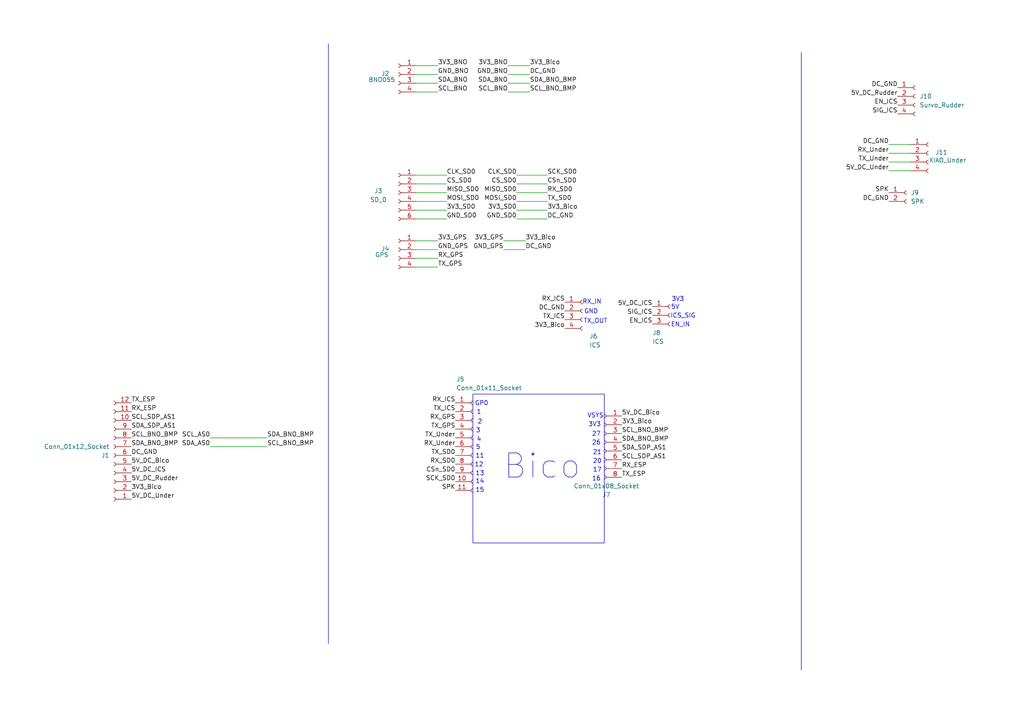
<source format=kicad_sch>
(kicad_sch
	(version 20250114)
	(generator "eeschema")
	(generator_version "9.0")
	(uuid "ecdcb944-54ea-4e6c-a206-cc53d2130ed6")
	(paper "A4")
	(lib_symbols
		(symbol "Connector:Conn_01x02_Socket"
			(pin_names
				(offset 1.016)
				(hide yes)
			)
			(exclude_from_sim no)
			(in_bom yes)
			(on_board yes)
			(property "Reference" "J"
				(at 0 2.54 0)
				(effects
					(font
						(size 1.27 1.27)
					)
				)
			)
			(property "Value" "Conn_01x02_Socket"
				(at 0 -5.08 0)
				(effects
					(font
						(size 1.27 1.27)
					)
				)
			)
			(property "Footprint" ""
				(at 0 0 0)
				(effects
					(font
						(size 1.27 1.27)
					)
					(hide yes)
				)
			)
			(property "Datasheet" "~"
				(at 0 0 0)
				(effects
					(font
						(size 1.27 1.27)
					)
					(hide yes)
				)
			)
			(property "Description" "Generic connector, single row, 01x02, script generated"
				(at 0 0 0)
				(effects
					(font
						(size 1.27 1.27)
					)
					(hide yes)
				)
			)
			(property "ki_locked" ""
				(at 0 0 0)
				(effects
					(font
						(size 1.27 1.27)
					)
				)
			)
			(property "ki_keywords" "connector"
				(at 0 0 0)
				(effects
					(font
						(size 1.27 1.27)
					)
					(hide yes)
				)
			)
			(property "ki_fp_filters" "Connector*:*_1x??_*"
				(at 0 0 0)
				(effects
					(font
						(size 1.27 1.27)
					)
					(hide yes)
				)
			)
			(symbol "Conn_01x02_Socket_1_1"
				(polyline
					(pts
						(xy -1.27 0) (xy -0.508 0)
					)
					(stroke
						(width 0.1524)
						(type default)
					)
					(fill
						(type none)
					)
				)
				(polyline
					(pts
						(xy -1.27 -2.54) (xy -0.508 -2.54)
					)
					(stroke
						(width 0.1524)
						(type default)
					)
					(fill
						(type none)
					)
				)
				(arc
					(start 0 -0.508)
					(mid -0.5058 0)
					(end 0 0.508)
					(stroke
						(width 0.1524)
						(type default)
					)
					(fill
						(type none)
					)
				)
				(arc
					(start 0 -3.048)
					(mid -0.5058 -2.54)
					(end 0 -2.032)
					(stroke
						(width 0.1524)
						(type default)
					)
					(fill
						(type none)
					)
				)
				(pin passive line
					(at -5.08 0 0)
					(length 3.81)
					(name "Pin_1"
						(effects
							(font
								(size 1.27 1.27)
							)
						)
					)
					(number "1"
						(effects
							(font
								(size 1.27 1.27)
							)
						)
					)
				)
				(pin passive line
					(at -5.08 -2.54 0)
					(length 3.81)
					(name "Pin_2"
						(effects
							(font
								(size 1.27 1.27)
							)
						)
					)
					(number "2"
						(effects
							(font
								(size 1.27 1.27)
							)
						)
					)
				)
			)
			(embedded_fonts no)
		)
		(symbol "Connector:Conn_01x03_Socket"
			(pin_names
				(offset 1.016)
				(hide yes)
			)
			(exclude_from_sim no)
			(in_bom yes)
			(on_board yes)
			(property "Reference" "J"
				(at 0 5.08 0)
				(effects
					(font
						(size 1.27 1.27)
					)
				)
			)
			(property "Value" "Conn_01x03_Socket"
				(at 0 -5.08 0)
				(effects
					(font
						(size 1.27 1.27)
					)
				)
			)
			(property "Footprint" ""
				(at 0 0 0)
				(effects
					(font
						(size 1.27 1.27)
					)
					(hide yes)
				)
			)
			(property "Datasheet" "~"
				(at 0 0 0)
				(effects
					(font
						(size 1.27 1.27)
					)
					(hide yes)
				)
			)
			(property "Description" "Generic connector, single row, 01x03, script generated"
				(at 0 0 0)
				(effects
					(font
						(size 1.27 1.27)
					)
					(hide yes)
				)
			)
			(property "ki_locked" ""
				(at 0 0 0)
				(effects
					(font
						(size 1.27 1.27)
					)
				)
			)
			(property "ki_keywords" "connector"
				(at 0 0 0)
				(effects
					(font
						(size 1.27 1.27)
					)
					(hide yes)
				)
			)
			(property "ki_fp_filters" "Connector*:*_1x??_*"
				(at 0 0 0)
				(effects
					(font
						(size 1.27 1.27)
					)
					(hide yes)
				)
			)
			(symbol "Conn_01x03_Socket_1_1"
				(polyline
					(pts
						(xy -1.27 2.54) (xy -0.508 2.54)
					)
					(stroke
						(width 0.1524)
						(type default)
					)
					(fill
						(type none)
					)
				)
				(polyline
					(pts
						(xy -1.27 0) (xy -0.508 0)
					)
					(stroke
						(width 0.1524)
						(type default)
					)
					(fill
						(type none)
					)
				)
				(polyline
					(pts
						(xy -1.27 -2.54) (xy -0.508 -2.54)
					)
					(stroke
						(width 0.1524)
						(type default)
					)
					(fill
						(type none)
					)
				)
				(arc
					(start 0 2.032)
					(mid -0.5058 2.54)
					(end 0 3.048)
					(stroke
						(width 0.1524)
						(type default)
					)
					(fill
						(type none)
					)
				)
				(arc
					(start 0 -0.508)
					(mid -0.5058 0)
					(end 0 0.508)
					(stroke
						(width 0.1524)
						(type default)
					)
					(fill
						(type none)
					)
				)
				(arc
					(start 0 -3.048)
					(mid -0.5058 -2.54)
					(end 0 -2.032)
					(stroke
						(width 0.1524)
						(type default)
					)
					(fill
						(type none)
					)
				)
				(pin passive line
					(at -5.08 2.54 0)
					(length 3.81)
					(name "Pin_1"
						(effects
							(font
								(size 1.27 1.27)
							)
						)
					)
					(number "1"
						(effects
							(font
								(size 1.27 1.27)
							)
						)
					)
				)
				(pin passive line
					(at -5.08 0 0)
					(length 3.81)
					(name "Pin_2"
						(effects
							(font
								(size 1.27 1.27)
							)
						)
					)
					(number "2"
						(effects
							(font
								(size 1.27 1.27)
							)
						)
					)
				)
				(pin passive line
					(at -5.08 -2.54 0)
					(length 3.81)
					(name "Pin_3"
						(effects
							(font
								(size 1.27 1.27)
							)
						)
					)
					(number "3"
						(effects
							(font
								(size 1.27 1.27)
							)
						)
					)
				)
			)
			(embedded_fonts no)
		)
		(symbol "Connector:Conn_01x04_Socket"
			(pin_names
				(offset 1.016)
				(hide yes)
			)
			(exclude_from_sim no)
			(in_bom yes)
			(on_board yes)
			(property "Reference" "J"
				(at 0 5.08 0)
				(effects
					(font
						(size 1.27 1.27)
					)
				)
			)
			(property "Value" "Conn_01x04_Socket"
				(at 0 -7.62 0)
				(effects
					(font
						(size 1.27 1.27)
					)
				)
			)
			(property "Footprint" ""
				(at 0 0 0)
				(effects
					(font
						(size 1.27 1.27)
					)
					(hide yes)
				)
			)
			(property "Datasheet" "~"
				(at 0 0 0)
				(effects
					(font
						(size 1.27 1.27)
					)
					(hide yes)
				)
			)
			(property "Description" "Generic connector, single row, 01x04, script generated"
				(at 0 0 0)
				(effects
					(font
						(size 1.27 1.27)
					)
					(hide yes)
				)
			)
			(property "ki_locked" ""
				(at 0 0 0)
				(effects
					(font
						(size 1.27 1.27)
					)
				)
			)
			(property "ki_keywords" "connector"
				(at 0 0 0)
				(effects
					(font
						(size 1.27 1.27)
					)
					(hide yes)
				)
			)
			(property "ki_fp_filters" "Connector*:*_1x??_*"
				(at 0 0 0)
				(effects
					(font
						(size 1.27 1.27)
					)
					(hide yes)
				)
			)
			(symbol "Conn_01x04_Socket_1_1"
				(polyline
					(pts
						(xy -1.27 2.54) (xy -0.508 2.54)
					)
					(stroke
						(width 0.1524)
						(type default)
					)
					(fill
						(type none)
					)
				)
				(polyline
					(pts
						(xy -1.27 0) (xy -0.508 0)
					)
					(stroke
						(width 0.1524)
						(type default)
					)
					(fill
						(type none)
					)
				)
				(polyline
					(pts
						(xy -1.27 -2.54) (xy -0.508 -2.54)
					)
					(stroke
						(width 0.1524)
						(type default)
					)
					(fill
						(type none)
					)
				)
				(polyline
					(pts
						(xy -1.27 -5.08) (xy -0.508 -5.08)
					)
					(stroke
						(width 0.1524)
						(type default)
					)
					(fill
						(type none)
					)
				)
				(arc
					(start 0 2.032)
					(mid -0.5058 2.54)
					(end 0 3.048)
					(stroke
						(width 0.1524)
						(type default)
					)
					(fill
						(type none)
					)
				)
				(arc
					(start 0 -0.508)
					(mid -0.5058 0)
					(end 0 0.508)
					(stroke
						(width 0.1524)
						(type default)
					)
					(fill
						(type none)
					)
				)
				(arc
					(start 0 -3.048)
					(mid -0.5058 -2.54)
					(end 0 -2.032)
					(stroke
						(width 0.1524)
						(type default)
					)
					(fill
						(type none)
					)
				)
				(arc
					(start 0 -5.588)
					(mid -0.5058 -5.08)
					(end 0 -4.572)
					(stroke
						(width 0.1524)
						(type default)
					)
					(fill
						(type none)
					)
				)
				(pin passive line
					(at -5.08 2.54 0)
					(length 3.81)
					(name "Pin_1"
						(effects
							(font
								(size 1.27 1.27)
							)
						)
					)
					(number "1"
						(effects
							(font
								(size 1.27 1.27)
							)
						)
					)
				)
				(pin passive line
					(at -5.08 0 0)
					(length 3.81)
					(name "Pin_2"
						(effects
							(font
								(size 1.27 1.27)
							)
						)
					)
					(number "2"
						(effects
							(font
								(size 1.27 1.27)
							)
						)
					)
				)
				(pin passive line
					(at -5.08 -2.54 0)
					(length 3.81)
					(name "Pin_3"
						(effects
							(font
								(size 1.27 1.27)
							)
						)
					)
					(number "3"
						(effects
							(font
								(size 1.27 1.27)
							)
						)
					)
				)
				(pin passive line
					(at -5.08 -5.08 0)
					(length 3.81)
					(name "Pin_4"
						(effects
							(font
								(size 1.27 1.27)
							)
						)
					)
					(number "4"
						(effects
							(font
								(size 1.27 1.27)
							)
						)
					)
				)
			)
			(embedded_fonts no)
		)
		(symbol "Connector:Conn_01x06_Socket"
			(pin_names
				(offset 1.016)
				(hide yes)
			)
			(exclude_from_sim no)
			(in_bom yes)
			(on_board yes)
			(property "Reference" "J"
				(at 0 7.62 0)
				(effects
					(font
						(size 1.27 1.27)
					)
				)
			)
			(property "Value" "Conn_01x06_Socket"
				(at 0 -10.16 0)
				(effects
					(font
						(size 1.27 1.27)
					)
				)
			)
			(property "Footprint" ""
				(at 0 0 0)
				(effects
					(font
						(size 1.27 1.27)
					)
					(hide yes)
				)
			)
			(property "Datasheet" "~"
				(at 0 0 0)
				(effects
					(font
						(size 1.27 1.27)
					)
					(hide yes)
				)
			)
			(property "Description" "Generic connector, single row, 01x06, script generated"
				(at 0 0 0)
				(effects
					(font
						(size 1.27 1.27)
					)
					(hide yes)
				)
			)
			(property "ki_locked" ""
				(at 0 0 0)
				(effects
					(font
						(size 1.27 1.27)
					)
				)
			)
			(property "ki_keywords" "connector"
				(at 0 0 0)
				(effects
					(font
						(size 1.27 1.27)
					)
					(hide yes)
				)
			)
			(property "ki_fp_filters" "Connector*:*_1x??_*"
				(at 0 0 0)
				(effects
					(font
						(size 1.27 1.27)
					)
					(hide yes)
				)
			)
			(symbol "Conn_01x06_Socket_1_1"
				(polyline
					(pts
						(xy -1.27 5.08) (xy -0.508 5.08)
					)
					(stroke
						(width 0.1524)
						(type default)
					)
					(fill
						(type none)
					)
				)
				(polyline
					(pts
						(xy -1.27 2.54) (xy -0.508 2.54)
					)
					(stroke
						(width 0.1524)
						(type default)
					)
					(fill
						(type none)
					)
				)
				(polyline
					(pts
						(xy -1.27 0) (xy -0.508 0)
					)
					(stroke
						(width 0.1524)
						(type default)
					)
					(fill
						(type none)
					)
				)
				(polyline
					(pts
						(xy -1.27 -2.54) (xy -0.508 -2.54)
					)
					(stroke
						(width 0.1524)
						(type default)
					)
					(fill
						(type none)
					)
				)
				(polyline
					(pts
						(xy -1.27 -5.08) (xy -0.508 -5.08)
					)
					(stroke
						(width 0.1524)
						(type default)
					)
					(fill
						(type none)
					)
				)
				(polyline
					(pts
						(xy -1.27 -7.62) (xy -0.508 -7.62)
					)
					(stroke
						(width 0.1524)
						(type default)
					)
					(fill
						(type none)
					)
				)
				(arc
					(start 0 4.572)
					(mid -0.5058 5.08)
					(end 0 5.588)
					(stroke
						(width 0.1524)
						(type default)
					)
					(fill
						(type none)
					)
				)
				(arc
					(start 0 2.032)
					(mid -0.5058 2.54)
					(end 0 3.048)
					(stroke
						(width 0.1524)
						(type default)
					)
					(fill
						(type none)
					)
				)
				(arc
					(start 0 -0.508)
					(mid -0.5058 0)
					(end 0 0.508)
					(stroke
						(width 0.1524)
						(type default)
					)
					(fill
						(type none)
					)
				)
				(arc
					(start 0 -3.048)
					(mid -0.5058 -2.54)
					(end 0 -2.032)
					(stroke
						(width 0.1524)
						(type default)
					)
					(fill
						(type none)
					)
				)
				(arc
					(start 0 -5.588)
					(mid -0.5058 -5.08)
					(end 0 -4.572)
					(stroke
						(width 0.1524)
						(type default)
					)
					(fill
						(type none)
					)
				)
				(arc
					(start 0 -8.128)
					(mid -0.5058 -7.62)
					(end 0 -7.112)
					(stroke
						(width 0.1524)
						(type default)
					)
					(fill
						(type none)
					)
				)
				(pin passive line
					(at -5.08 5.08 0)
					(length 3.81)
					(name "Pin_1"
						(effects
							(font
								(size 1.27 1.27)
							)
						)
					)
					(number "1"
						(effects
							(font
								(size 1.27 1.27)
							)
						)
					)
				)
				(pin passive line
					(at -5.08 2.54 0)
					(length 3.81)
					(name "Pin_2"
						(effects
							(font
								(size 1.27 1.27)
							)
						)
					)
					(number "2"
						(effects
							(font
								(size 1.27 1.27)
							)
						)
					)
				)
				(pin passive line
					(at -5.08 0 0)
					(length 3.81)
					(name "Pin_3"
						(effects
							(font
								(size 1.27 1.27)
							)
						)
					)
					(number "3"
						(effects
							(font
								(size 1.27 1.27)
							)
						)
					)
				)
				(pin passive line
					(at -5.08 -2.54 0)
					(length 3.81)
					(name "Pin_4"
						(effects
							(font
								(size 1.27 1.27)
							)
						)
					)
					(number "4"
						(effects
							(font
								(size 1.27 1.27)
							)
						)
					)
				)
				(pin passive line
					(at -5.08 -5.08 0)
					(length 3.81)
					(name "Pin_5"
						(effects
							(font
								(size 1.27 1.27)
							)
						)
					)
					(number "5"
						(effects
							(font
								(size 1.27 1.27)
							)
						)
					)
				)
				(pin passive line
					(at -5.08 -7.62 0)
					(length 3.81)
					(name "Pin_6"
						(effects
							(font
								(size 1.27 1.27)
							)
						)
					)
					(number "6"
						(effects
							(font
								(size 1.27 1.27)
							)
						)
					)
				)
			)
			(embedded_fonts no)
		)
		(symbol "Connector:Conn_01x08_Socket"
			(pin_names
				(offset 1.016)
				(hide yes)
			)
			(exclude_from_sim no)
			(in_bom yes)
			(on_board yes)
			(property "Reference" "J"
				(at 0 10.16 0)
				(effects
					(font
						(size 1.27 1.27)
					)
				)
			)
			(property "Value" "Conn_01x08_Socket"
				(at 0 -12.7 0)
				(effects
					(font
						(size 1.27 1.27)
					)
				)
			)
			(property "Footprint" ""
				(at 0 0 0)
				(effects
					(font
						(size 1.27 1.27)
					)
					(hide yes)
				)
			)
			(property "Datasheet" "~"
				(at 0 0 0)
				(effects
					(font
						(size 1.27 1.27)
					)
					(hide yes)
				)
			)
			(property "Description" "Generic connector, single row, 01x08, script generated"
				(at 0 0 0)
				(effects
					(font
						(size 1.27 1.27)
					)
					(hide yes)
				)
			)
			(property "ki_locked" ""
				(at 0 0 0)
				(effects
					(font
						(size 1.27 1.27)
					)
				)
			)
			(property "ki_keywords" "connector"
				(at 0 0 0)
				(effects
					(font
						(size 1.27 1.27)
					)
					(hide yes)
				)
			)
			(property "ki_fp_filters" "Connector*:*_1x??_*"
				(at 0 0 0)
				(effects
					(font
						(size 1.27 1.27)
					)
					(hide yes)
				)
			)
			(symbol "Conn_01x08_Socket_1_1"
				(polyline
					(pts
						(xy -1.27 7.62) (xy -0.508 7.62)
					)
					(stroke
						(width 0.1524)
						(type default)
					)
					(fill
						(type none)
					)
				)
				(polyline
					(pts
						(xy -1.27 5.08) (xy -0.508 5.08)
					)
					(stroke
						(width 0.1524)
						(type default)
					)
					(fill
						(type none)
					)
				)
				(polyline
					(pts
						(xy -1.27 2.54) (xy -0.508 2.54)
					)
					(stroke
						(width 0.1524)
						(type default)
					)
					(fill
						(type none)
					)
				)
				(polyline
					(pts
						(xy -1.27 0) (xy -0.508 0)
					)
					(stroke
						(width 0.1524)
						(type default)
					)
					(fill
						(type none)
					)
				)
				(polyline
					(pts
						(xy -1.27 -2.54) (xy -0.508 -2.54)
					)
					(stroke
						(width 0.1524)
						(type default)
					)
					(fill
						(type none)
					)
				)
				(polyline
					(pts
						(xy -1.27 -5.08) (xy -0.508 -5.08)
					)
					(stroke
						(width 0.1524)
						(type default)
					)
					(fill
						(type none)
					)
				)
				(polyline
					(pts
						(xy -1.27 -7.62) (xy -0.508 -7.62)
					)
					(stroke
						(width 0.1524)
						(type default)
					)
					(fill
						(type none)
					)
				)
				(polyline
					(pts
						(xy -1.27 -10.16) (xy -0.508 -10.16)
					)
					(stroke
						(width 0.1524)
						(type default)
					)
					(fill
						(type none)
					)
				)
				(arc
					(start 0 7.112)
					(mid -0.5058 7.62)
					(end 0 8.128)
					(stroke
						(width 0.1524)
						(type default)
					)
					(fill
						(type none)
					)
				)
				(arc
					(start 0 4.572)
					(mid -0.5058 5.08)
					(end 0 5.588)
					(stroke
						(width 0.1524)
						(type default)
					)
					(fill
						(type none)
					)
				)
				(arc
					(start 0 2.032)
					(mid -0.5058 2.54)
					(end 0 3.048)
					(stroke
						(width 0.1524)
						(type default)
					)
					(fill
						(type none)
					)
				)
				(arc
					(start 0 -0.508)
					(mid -0.5058 0)
					(end 0 0.508)
					(stroke
						(width 0.1524)
						(type default)
					)
					(fill
						(type none)
					)
				)
				(arc
					(start 0 -3.048)
					(mid -0.5058 -2.54)
					(end 0 -2.032)
					(stroke
						(width 0.1524)
						(type default)
					)
					(fill
						(type none)
					)
				)
				(arc
					(start 0 -5.588)
					(mid -0.5058 -5.08)
					(end 0 -4.572)
					(stroke
						(width 0.1524)
						(type default)
					)
					(fill
						(type none)
					)
				)
				(arc
					(start 0 -8.128)
					(mid -0.5058 -7.62)
					(end 0 -7.112)
					(stroke
						(width 0.1524)
						(type default)
					)
					(fill
						(type none)
					)
				)
				(arc
					(start 0 -10.668)
					(mid -0.5058 -10.16)
					(end 0 -9.652)
					(stroke
						(width 0.1524)
						(type default)
					)
					(fill
						(type none)
					)
				)
				(pin passive line
					(at -5.08 7.62 0)
					(length 3.81)
					(name "Pin_1"
						(effects
							(font
								(size 1.27 1.27)
							)
						)
					)
					(number "1"
						(effects
							(font
								(size 1.27 1.27)
							)
						)
					)
				)
				(pin passive line
					(at -5.08 5.08 0)
					(length 3.81)
					(name "Pin_2"
						(effects
							(font
								(size 1.27 1.27)
							)
						)
					)
					(number "2"
						(effects
							(font
								(size 1.27 1.27)
							)
						)
					)
				)
				(pin passive line
					(at -5.08 2.54 0)
					(length 3.81)
					(name "Pin_3"
						(effects
							(font
								(size 1.27 1.27)
							)
						)
					)
					(number "3"
						(effects
							(font
								(size 1.27 1.27)
							)
						)
					)
				)
				(pin passive line
					(at -5.08 0 0)
					(length 3.81)
					(name "Pin_4"
						(effects
							(font
								(size 1.27 1.27)
							)
						)
					)
					(number "4"
						(effects
							(font
								(size 1.27 1.27)
							)
						)
					)
				)
				(pin passive line
					(at -5.08 -2.54 0)
					(length 3.81)
					(name "Pin_5"
						(effects
							(font
								(size 1.27 1.27)
							)
						)
					)
					(number "5"
						(effects
							(font
								(size 1.27 1.27)
							)
						)
					)
				)
				(pin passive line
					(at -5.08 -5.08 0)
					(length 3.81)
					(name "Pin_6"
						(effects
							(font
								(size 1.27 1.27)
							)
						)
					)
					(number "6"
						(effects
							(font
								(size 1.27 1.27)
							)
						)
					)
				)
				(pin passive line
					(at -5.08 -7.62 0)
					(length 3.81)
					(name "Pin_7"
						(effects
							(font
								(size 1.27 1.27)
							)
						)
					)
					(number "7"
						(effects
							(font
								(size 1.27 1.27)
							)
						)
					)
				)
				(pin passive line
					(at -5.08 -10.16 0)
					(length 3.81)
					(name "Pin_8"
						(effects
							(font
								(size 1.27 1.27)
							)
						)
					)
					(number "8"
						(effects
							(font
								(size 1.27 1.27)
							)
						)
					)
				)
			)
			(embedded_fonts no)
		)
		(symbol "Connector:Conn_01x11_Socket"
			(pin_names
				(offset 1.016)
				(hide yes)
			)
			(exclude_from_sim no)
			(in_bom yes)
			(on_board yes)
			(property "Reference" "J"
				(at 0 15.24 0)
				(effects
					(font
						(size 1.27 1.27)
					)
				)
			)
			(property "Value" "Conn_01x11_Socket"
				(at 0 -15.24 0)
				(effects
					(font
						(size 1.27 1.27)
					)
				)
			)
			(property "Footprint" ""
				(at 0 0 0)
				(effects
					(font
						(size 1.27 1.27)
					)
					(hide yes)
				)
			)
			(property "Datasheet" "~"
				(at 0 0 0)
				(effects
					(font
						(size 1.27 1.27)
					)
					(hide yes)
				)
			)
			(property "Description" "Generic connector, single row, 01x11, script generated"
				(at 0 0 0)
				(effects
					(font
						(size 1.27 1.27)
					)
					(hide yes)
				)
			)
			(property "ki_locked" ""
				(at 0 0 0)
				(effects
					(font
						(size 1.27 1.27)
					)
				)
			)
			(property "ki_keywords" "connector"
				(at 0 0 0)
				(effects
					(font
						(size 1.27 1.27)
					)
					(hide yes)
				)
			)
			(property "ki_fp_filters" "Connector*:*_1x??_*"
				(at 0 0 0)
				(effects
					(font
						(size 1.27 1.27)
					)
					(hide yes)
				)
			)
			(symbol "Conn_01x11_Socket_1_1"
				(polyline
					(pts
						(xy -1.27 12.7) (xy -0.508 12.7)
					)
					(stroke
						(width 0.1524)
						(type default)
					)
					(fill
						(type none)
					)
				)
				(polyline
					(pts
						(xy -1.27 10.16) (xy -0.508 10.16)
					)
					(stroke
						(width 0.1524)
						(type default)
					)
					(fill
						(type none)
					)
				)
				(polyline
					(pts
						(xy -1.27 7.62) (xy -0.508 7.62)
					)
					(stroke
						(width 0.1524)
						(type default)
					)
					(fill
						(type none)
					)
				)
				(polyline
					(pts
						(xy -1.27 5.08) (xy -0.508 5.08)
					)
					(stroke
						(width 0.1524)
						(type default)
					)
					(fill
						(type none)
					)
				)
				(polyline
					(pts
						(xy -1.27 2.54) (xy -0.508 2.54)
					)
					(stroke
						(width 0.1524)
						(type default)
					)
					(fill
						(type none)
					)
				)
				(polyline
					(pts
						(xy -1.27 0) (xy -0.508 0)
					)
					(stroke
						(width 0.1524)
						(type default)
					)
					(fill
						(type none)
					)
				)
				(polyline
					(pts
						(xy -1.27 -2.54) (xy -0.508 -2.54)
					)
					(stroke
						(width 0.1524)
						(type default)
					)
					(fill
						(type none)
					)
				)
				(polyline
					(pts
						(xy -1.27 -5.08) (xy -0.508 -5.08)
					)
					(stroke
						(width 0.1524)
						(type default)
					)
					(fill
						(type none)
					)
				)
				(polyline
					(pts
						(xy -1.27 -7.62) (xy -0.508 -7.62)
					)
					(stroke
						(width 0.1524)
						(type default)
					)
					(fill
						(type none)
					)
				)
				(polyline
					(pts
						(xy -1.27 -10.16) (xy -0.508 -10.16)
					)
					(stroke
						(width 0.1524)
						(type default)
					)
					(fill
						(type none)
					)
				)
				(polyline
					(pts
						(xy -1.27 -12.7) (xy -0.508 -12.7)
					)
					(stroke
						(width 0.1524)
						(type default)
					)
					(fill
						(type none)
					)
				)
				(arc
					(start 0 12.192)
					(mid -0.5058 12.7)
					(end 0 13.208)
					(stroke
						(width 0.1524)
						(type default)
					)
					(fill
						(type none)
					)
				)
				(arc
					(start 0 9.652)
					(mid -0.5058 10.16)
					(end 0 10.668)
					(stroke
						(width 0.1524)
						(type default)
					)
					(fill
						(type none)
					)
				)
				(arc
					(start 0 7.112)
					(mid -0.5058 7.62)
					(end 0 8.128)
					(stroke
						(width 0.1524)
						(type default)
					)
					(fill
						(type none)
					)
				)
				(arc
					(start 0 4.572)
					(mid -0.5058 5.08)
					(end 0 5.588)
					(stroke
						(width 0.1524)
						(type default)
					)
					(fill
						(type none)
					)
				)
				(arc
					(start 0 2.032)
					(mid -0.5058 2.54)
					(end 0 3.048)
					(stroke
						(width 0.1524)
						(type default)
					)
					(fill
						(type none)
					)
				)
				(arc
					(start 0 -0.508)
					(mid -0.5058 0)
					(end 0 0.508)
					(stroke
						(width 0.1524)
						(type default)
					)
					(fill
						(type none)
					)
				)
				(arc
					(start 0 -3.048)
					(mid -0.5058 -2.54)
					(end 0 -2.032)
					(stroke
						(width 0.1524)
						(type default)
					)
					(fill
						(type none)
					)
				)
				(arc
					(start 0 -5.588)
					(mid -0.5058 -5.08)
					(end 0 -4.572)
					(stroke
						(width 0.1524)
						(type default)
					)
					(fill
						(type none)
					)
				)
				(arc
					(start 0 -8.128)
					(mid -0.5058 -7.62)
					(end 0 -7.112)
					(stroke
						(width 0.1524)
						(type default)
					)
					(fill
						(type none)
					)
				)
				(arc
					(start 0 -10.668)
					(mid -0.5058 -10.16)
					(end 0 -9.652)
					(stroke
						(width 0.1524)
						(type default)
					)
					(fill
						(type none)
					)
				)
				(arc
					(start 0 -13.208)
					(mid -0.5058 -12.7)
					(end 0 -12.192)
					(stroke
						(width 0.1524)
						(type default)
					)
					(fill
						(type none)
					)
				)
				(pin passive line
					(at -5.08 12.7 0)
					(length 3.81)
					(name "Pin_1"
						(effects
							(font
								(size 1.27 1.27)
							)
						)
					)
					(number "1"
						(effects
							(font
								(size 1.27 1.27)
							)
						)
					)
				)
				(pin passive line
					(at -5.08 10.16 0)
					(length 3.81)
					(name "Pin_2"
						(effects
							(font
								(size 1.27 1.27)
							)
						)
					)
					(number "2"
						(effects
							(font
								(size 1.27 1.27)
							)
						)
					)
				)
				(pin passive line
					(at -5.08 7.62 0)
					(length 3.81)
					(name "Pin_3"
						(effects
							(font
								(size 1.27 1.27)
							)
						)
					)
					(number "3"
						(effects
							(font
								(size 1.27 1.27)
							)
						)
					)
				)
				(pin passive line
					(at -5.08 5.08 0)
					(length 3.81)
					(name "Pin_4"
						(effects
							(font
								(size 1.27 1.27)
							)
						)
					)
					(number "4"
						(effects
							(font
								(size 1.27 1.27)
							)
						)
					)
				)
				(pin passive line
					(at -5.08 2.54 0)
					(length 3.81)
					(name "Pin_5"
						(effects
							(font
								(size 1.27 1.27)
							)
						)
					)
					(number "5"
						(effects
							(font
								(size 1.27 1.27)
							)
						)
					)
				)
				(pin passive line
					(at -5.08 0 0)
					(length 3.81)
					(name "Pin_6"
						(effects
							(font
								(size 1.27 1.27)
							)
						)
					)
					(number "6"
						(effects
							(font
								(size 1.27 1.27)
							)
						)
					)
				)
				(pin passive line
					(at -5.08 -2.54 0)
					(length 3.81)
					(name "Pin_7"
						(effects
							(font
								(size 1.27 1.27)
							)
						)
					)
					(number "7"
						(effects
							(font
								(size 1.27 1.27)
							)
						)
					)
				)
				(pin passive line
					(at -5.08 -5.08 0)
					(length 3.81)
					(name "Pin_8"
						(effects
							(font
								(size 1.27 1.27)
							)
						)
					)
					(number "8"
						(effects
							(font
								(size 1.27 1.27)
							)
						)
					)
				)
				(pin passive line
					(at -5.08 -7.62 0)
					(length 3.81)
					(name "Pin_9"
						(effects
							(font
								(size 1.27 1.27)
							)
						)
					)
					(number "9"
						(effects
							(font
								(size 1.27 1.27)
							)
						)
					)
				)
				(pin passive line
					(at -5.08 -10.16 0)
					(length 3.81)
					(name "Pin_10"
						(effects
							(font
								(size 1.27 1.27)
							)
						)
					)
					(number "10"
						(effects
							(font
								(size 1.27 1.27)
							)
						)
					)
				)
				(pin passive line
					(at -5.08 -12.7 0)
					(length 3.81)
					(name "Pin_11"
						(effects
							(font
								(size 1.27 1.27)
							)
						)
					)
					(number "11"
						(effects
							(font
								(size 1.27 1.27)
							)
						)
					)
				)
			)
			(embedded_fonts no)
		)
		(symbol "Connector:Conn_01x12_Socket"
			(pin_names
				(offset 1.016)
				(hide yes)
			)
			(exclude_from_sim no)
			(in_bom yes)
			(on_board yes)
			(property "Reference" "J"
				(at 0 15.24 0)
				(effects
					(font
						(size 1.27 1.27)
					)
				)
			)
			(property "Value" "Conn_01x12_Socket"
				(at 0 -17.78 0)
				(effects
					(font
						(size 1.27 1.27)
					)
				)
			)
			(property "Footprint" ""
				(at 0 0 0)
				(effects
					(font
						(size 1.27 1.27)
					)
					(hide yes)
				)
			)
			(property "Datasheet" "~"
				(at 0 0 0)
				(effects
					(font
						(size 1.27 1.27)
					)
					(hide yes)
				)
			)
			(property "Description" "Generic connector, single row, 01x12, script generated"
				(at 0 0 0)
				(effects
					(font
						(size 1.27 1.27)
					)
					(hide yes)
				)
			)
			(property "ki_locked" ""
				(at 0 0 0)
				(effects
					(font
						(size 1.27 1.27)
					)
				)
			)
			(property "ki_keywords" "connector"
				(at 0 0 0)
				(effects
					(font
						(size 1.27 1.27)
					)
					(hide yes)
				)
			)
			(property "ki_fp_filters" "Connector*:*_1x??_*"
				(at 0 0 0)
				(effects
					(font
						(size 1.27 1.27)
					)
					(hide yes)
				)
			)
			(symbol "Conn_01x12_Socket_1_1"
				(polyline
					(pts
						(xy -1.27 12.7) (xy -0.508 12.7)
					)
					(stroke
						(width 0.1524)
						(type default)
					)
					(fill
						(type none)
					)
				)
				(polyline
					(pts
						(xy -1.27 10.16) (xy -0.508 10.16)
					)
					(stroke
						(width 0.1524)
						(type default)
					)
					(fill
						(type none)
					)
				)
				(polyline
					(pts
						(xy -1.27 7.62) (xy -0.508 7.62)
					)
					(stroke
						(width 0.1524)
						(type default)
					)
					(fill
						(type none)
					)
				)
				(polyline
					(pts
						(xy -1.27 5.08) (xy -0.508 5.08)
					)
					(stroke
						(width 0.1524)
						(type default)
					)
					(fill
						(type none)
					)
				)
				(polyline
					(pts
						(xy -1.27 2.54) (xy -0.508 2.54)
					)
					(stroke
						(width 0.1524)
						(type default)
					)
					(fill
						(type none)
					)
				)
				(polyline
					(pts
						(xy -1.27 0) (xy -0.508 0)
					)
					(stroke
						(width 0.1524)
						(type default)
					)
					(fill
						(type none)
					)
				)
				(polyline
					(pts
						(xy -1.27 -2.54) (xy -0.508 -2.54)
					)
					(stroke
						(width 0.1524)
						(type default)
					)
					(fill
						(type none)
					)
				)
				(polyline
					(pts
						(xy -1.27 -5.08) (xy -0.508 -5.08)
					)
					(stroke
						(width 0.1524)
						(type default)
					)
					(fill
						(type none)
					)
				)
				(polyline
					(pts
						(xy -1.27 -7.62) (xy -0.508 -7.62)
					)
					(stroke
						(width 0.1524)
						(type default)
					)
					(fill
						(type none)
					)
				)
				(polyline
					(pts
						(xy -1.27 -10.16) (xy -0.508 -10.16)
					)
					(stroke
						(width 0.1524)
						(type default)
					)
					(fill
						(type none)
					)
				)
				(polyline
					(pts
						(xy -1.27 -12.7) (xy -0.508 -12.7)
					)
					(stroke
						(width 0.1524)
						(type default)
					)
					(fill
						(type none)
					)
				)
				(polyline
					(pts
						(xy -1.27 -15.24) (xy -0.508 -15.24)
					)
					(stroke
						(width 0.1524)
						(type default)
					)
					(fill
						(type none)
					)
				)
				(arc
					(start 0 12.192)
					(mid -0.5058 12.7)
					(end 0 13.208)
					(stroke
						(width 0.1524)
						(type default)
					)
					(fill
						(type none)
					)
				)
				(arc
					(start 0 9.652)
					(mid -0.5058 10.16)
					(end 0 10.668)
					(stroke
						(width 0.1524)
						(type default)
					)
					(fill
						(type none)
					)
				)
				(arc
					(start 0 7.112)
					(mid -0.5058 7.62)
					(end 0 8.128)
					(stroke
						(width 0.1524)
						(type default)
					)
					(fill
						(type none)
					)
				)
				(arc
					(start 0 4.572)
					(mid -0.5058 5.08)
					(end 0 5.588)
					(stroke
						(width 0.1524)
						(type default)
					)
					(fill
						(type none)
					)
				)
				(arc
					(start 0 2.032)
					(mid -0.5058 2.54)
					(end 0 3.048)
					(stroke
						(width 0.1524)
						(type default)
					)
					(fill
						(type none)
					)
				)
				(arc
					(start 0 -0.508)
					(mid -0.5058 0)
					(end 0 0.508)
					(stroke
						(width 0.1524)
						(type default)
					)
					(fill
						(type none)
					)
				)
				(arc
					(start 0 -3.048)
					(mid -0.5058 -2.54)
					(end 0 -2.032)
					(stroke
						(width 0.1524)
						(type default)
					)
					(fill
						(type none)
					)
				)
				(arc
					(start 0 -5.588)
					(mid -0.5058 -5.08)
					(end 0 -4.572)
					(stroke
						(width 0.1524)
						(type default)
					)
					(fill
						(type none)
					)
				)
				(arc
					(start 0 -8.128)
					(mid -0.5058 -7.62)
					(end 0 -7.112)
					(stroke
						(width 0.1524)
						(type default)
					)
					(fill
						(type none)
					)
				)
				(arc
					(start 0 -10.668)
					(mid -0.5058 -10.16)
					(end 0 -9.652)
					(stroke
						(width 0.1524)
						(type default)
					)
					(fill
						(type none)
					)
				)
				(arc
					(start 0 -13.208)
					(mid -0.5058 -12.7)
					(end 0 -12.192)
					(stroke
						(width 0.1524)
						(type default)
					)
					(fill
						(type none)
					)
				)
				(arc
					(start 0 -15.748)
					(mid -0.5058 -15.24)
					(end 0 -14.732)
					(stroke
						(width 0.1524)
						(type default)
					)
					(fill
						(type none)
					)
				)
				(pin passive line
					(at -5.08 12.7 0)
					(length 3.81)
					(name "Pin_1"
						(effects
							(font
								(size 1.27 1.27)
							)
						)
					)
					(number "1"
						(effects
							(font
								(size 1.27 1.27)
							)
						)
					)
				)
				(pin passive line
					(at -5.08 10.16 0)
					(length 3.81)
					(name "Pin_2"
						(effects
							(font
								(size 1.27 1.27)
							)
						)
					)
					(number "2"
						(effects
							(font
								(size 1.27 1.27)
							)
						)
					)
				)
				(pin passive line
					(at -5.08 7.62 0)
					(length 3.81)
					(name "Pin_3"
						(effects
							(font
								(size 1.27 1.27)
							)
						)
					)
					(number "3"
						(effects
							(font
								(size 1.27 1.27)
							)
						)
					)
				)
				(pin passive line
					(at -5.08 5.08 0)
					(length 3.81)
					(name "Pin_4"
						(effects
							(font
								(size 1.27 1.27)
							)
						)
					)
					(number "4"
						(effects
							(font
								(size 1.27 1.27)
							)
						)
					)
				)
				(pin passive line
					(at -5.08 2.54 0)
					(length 3.81)
					(name "Pin_5"
						(effects
							(font
								(size 1.27 1.27)
							)
						)
					)
					(number "5"
						(effects
							(font
								(size 1.27 1.27)
							)
						)
					)
				)
				(pin passive line
					(at -5.08 0 0)
					(length 3.81)
					(name "Pin_6"
						(effects
							(font
								(size 1.27 1.27)
							)
						)
					)
					(number "6"
						(effects
							(font
								(size 1.27 1.27)
							)
						)
					)
				)
				(pin passive line
					(at -5.08 -2.54 0)
					(length 3.81)
					(name "Pin_7"
						(effects
							(font
								(size 1.27 1.27)
							)
						)
					)
					(number "7"
						(effects
							(font
								(size 1.27 1.27)
							)
						)
					)
				)
				(pin passive line
					(at -5.08 -5.08 0)
					(length 3.81)
					(name "Pin_8"
						(effects
							(font
								(size 1.27 1.27)
							)
						)
					)
					(number "8"
						(effects
							(font
								(size 1.27 1.27)
							)
						)
					)
				)
				(pin passive line
					(at -5.08 -7.62 0)
					(length 3.81)
					(name "Pin_9"
						(effects
							(font
								(size 1.27 1.27)
							)
						)
					)
					(number "9"
						(effects
							(font
								(size 1.27 1.27)
							)
						)
					)
				)
				(pin passive line
					(at -5.08 -10.16 0)
					(length 3.81)
					(name "Pin_10"
						(effects
							(font
								(size 1.27 1.27)
							)
						)
					)
					(number "10"
						(effects
							(font
								(size 1.27 1.27)
							)
						)
					)
				)
				(pin passive line
					(at -5.08 -12.7 0)
					(length 3.81)
					(name "Pin_11"
						(effects
							(font
								(size 1.27 1.27)
							)
						)
					)
					(number "11"
						(effects
							(font
								(size 1.27 1.27)
							)
						)
					)
				)
				(pin passive line
					(at -5.08 -15.24 0)
					(length 3.81)
					(name "Pin_12"
						(effects
							(font
								(size 1.27 1.27)
							)
						)
					)
					(number "12"
						(effects
							(font
								(size 1.27 1.27)
							)
						)
					)
				)
			)
			(embedded_fonts no)
		)
	)
	(rectangle
		(start 137.16 114.3)
		(end 175.26 157.48)
		(stroke
			(width 0)
			(type default)
		)
		(fill
			(type none)
		)
		(uuid c5b4a4f4-fcd3-40f4-8283-b6f4ccec69a5)
	)
	(text "GP0"
		(exclude_from_sim no)
		(at 139.7 117.094 0)
		(effects
			(font
				(size 1.27 1.27)
			)
		)
		(uuid "0ca9e805-953d-46e2-b5e6-8ba6c26d86d9")
	)
	(text "5V"
		(exclude_from_sim no)
		(at 195.834 89.154 0)
		(effects
			(font
				(size 1.27 1.27)
			)
		)
		(uuid "119543b4-a222-4d4c-b8b1-a25922b799e3")
	)
	(text "15"
		(exclude_from_sim no)
		(at 139.192 142.24 0)
		(effects
			(font
				(size 1.27 1.27)
			)
		)
		(uuid "22cbbc2f-3011-4045-bab4-a6642e4291ad")
	)
	(text "3V3"
		(exclude_from_sim no)
		(at 172.466 123.19 0)
		(effects
			(font
				(size 1.27 1.27)
			)
		)
		(uuid "232bb666-d583-4d18-ad8f-d3f0c5594b06")
	)
	(text "14"
		(exclude_from_sim no)
		(at 139.192 139.7 0)
		(effects
			(font
				(size 1.27 1.27)
			)
		)
		(uuid "271d77c4-c389-40e6-8851-a0ede7d82e06")
	)
	(text "TX_OUT"
		(exclude_from_sim no)
		(at 172.72 93.218 0)
		(effects
			(font
				(size 1.27 1.27)
			)
		)
		(uuid "3e4a10be-9c86-4f53-8939-8f389e5ef19c")
	)
	(text "1"
		(exclude_from_sim no)
		(at 138.938 119.634 0)
		(effects
			(font
				(size 1.27 1.27)
			)
		)
		(uuid "40563b88-5905-410f-820d-50bd56ca69c3")
	)
	(text "EN_IN"
		(exclude_from_sim no)
		(at 197.358 94.234 0)
		(effects
			(font
				(size 1.27 1.27)
			)
		)
		(uuid "480d0cfe-81c4-4c16-b707-245d18018f15")
	)
	(text "GND"
		(exclude_from_sim no)
		(at 171.45 90.424 0)
		(effects
			(font
				(size 1.27 1.27)
			)
		)
		(uuid "55751720-b129-461c-bcf5-f241c7c11c21")
	)
	(text "17"
		(exclude_from_sim no)
		(at 173.228 136.398 0)
		(effects
			(font
				(size 1.27 1.27)
			)
		)
		(uuid "68d1463e-9f1d-4f08-ba54-d8a7fbe63198")
	)
	(text "VSYS"
		(exclude_from_sim no)
		(at 172.72 120.65 0)
		(effects
			(font
				(size 1.27 1.27)
			)
		)
		(uuid "69d0e92d-32e7-4519-a7a6-e01ece95d085")
	)
	(text "RX_IN"
		(exclude_from_sim no)
		(at 171.704 87.63 0)
		(effects
			(font
				(size 1.27 1.27)
			)
		)
		(uuid "6e3fb7aa-a698-458f-b62a-5906804c23e0")
	)
	(text "27"
		(exclude_from_sim no)
		(at 172.974 125.984 0)
		(effects
			(font
				(size 1.27 1.27)
			)
		)
		(uuid "78457a8c-bf26-44f2-a1b4-0814ca848862")
	)
	(text "11"
		(exclude_from_sim no)
		(at 139.192 132.334 0)
		(effects
			(font
				(size 1.27 1.27)
			)
		)
		(uuid "8238cf5e-7c32-4567-9dac-ada4312a4dd1")
	)
	(text "3V3"
		(exclude_from_sim no)
		(at 196.596 86.868 0)
		(effects
			(font
				(size 1.27 1.27)
			)
		)
		(uuid "825956f9-59e8-4be9-b42d-0212e24e3c77")
	)
	(text "3"
		(exclude_from_sim no)
		(at 138.684 124.968 0)
		(effects
			(font
				(size 1.27 1.27)
			)
		)
		(uuid "83bdb9fc-ab39-4479-9a39-0dd55d4f4e98")
	)
	(text "16"
		(exclude_from_sim no)
		(at 172.974 138.938 0)
		(effects
			(font
				(size 1.27 1.27)
			)
		)
		(uuid "96bd2d47-0afc-4c85-ac55-a5d43d0f6a28")
	)
	(text "Bico"
		(exclude_from_sim no)
		(at 157.226 135.382 0)
		(effects
			(font
				(size 7 7)
			)
		)
		(uuid "a4673131-e829-48e7-8df0-1b334307d7ea")
	)
	(text "12"
		(exclude_from_sim no)
		(at 138.938 134.874 0)
		(effects
			(font
				(size 1.27 1.27)
			)
		)
		(uuid "a4fdb0ce-cb57-4d05-a7ab-7fe0c29ec577")
	)
	(text "26"
		(exclude_from_sim no)
		(at 172.974 128.524 0)
		(effects
			(font
				(size 1.27 1.27)
			)
		)
		(uuid "affff6a3-f0a3-446d-9560-f7b36145ea4f")
	)
	(text "13"
		(exclude_from_sim no)
		(at 139.192 137.414 0)
		(effects
			(font
				(size 1.27 1.27)
			)
		)
		(uuid "b3797272-4ea1-438f-ad0e-f6641741340c")
	)
	(text "4"
		(exclude_from_sim no)
		(at 138.938 127.508 0)
		(effects
			(font
				(size 1.27 1.27)
			)
		)
		(uuid "b54d3aea-0ebd-4bce-a598-961a1379f52b")
	)
	(text "5"
		(exclude_from_sim no)
		(at 138.684 129.794 0)
		(effects
			(font
				(size 1.27 1.27)
			)
		)
		(uuid "bef43c76-a47d-4192-aff0-749b7baeffa7")
	)
	(text "2"
		(exclude_from_sim no)
		(at 139.192 122.428 0)
		(effects
			(font
				(size 1.27 1.27)
			)
		)
		(uuid "cbf7e5dd-ce44-497c-aedd-16c11d536b35")
	)
	(text "ICS_SIG"
		(exclude_from_sim no)
		(at 198.12 91.694 0)
		(effects
			(font
				(size 1.27 1.27)
			)
		)
		(uuid "dc8d22b0-e683-4e3b-8aa1-d72bc7749266")
	)
	(text "20"
		(exclude_from_sim no)
		(at 173.228 133.858 0)
		(effects
			(font
				(size 1.27 1.27)
			)
		)
		(uuid "e8b70a21-b6ad-4fa8-adc8-d0a2790cf7ab")
	)
	(text "21"
		(exclude_from_sim no)
		(at 173.228 131.318 0)
		(effects
			(font
				(size 1.27 1.27)
			)
		)
		(uuid "ff5bc4fb-b2e4-4514-9e42-5901eb9c1294")
	)
	(wire
		(pts
			(xy 257.81 46.99) (xy 264.16 46.99)
		)
		(stroke
			(width 0)
			(type default)
		)
		(uuid "015daff0-9be4-4fa3-b9ee-516734a6e813")
	)
	(wire
		(pts
			(xy 120.65 26.67) (xy 127 26.67)
		)
		(stroke
			(width 0)
			(type default)
		)
		(uuid "0779c316-269b-4687-aef0-67da85530664")
	)
	(wire
		(pts
			(xy 120.65 63.5) (xy 129.54 63.5)
		)
		(stroke
			(width 0)
			(type default)
		)
		(uuid "087ab8e2-41a9-4aae-9e54-919bf50c3405")
	)
	(wire
		(pts
			(xy 152.4 69.85) (xy 146.05 69.85)
		)
		(stroke
			(width 0)
			(type default)
		)
		(uuid "0b3d0873-fa26-415f-84fa-f81419b0078f")
	)
	(wire
		(pts
			(xy 120.65 55.88) (xy 129.54 55.88)
		)
		(stroke
			(width 0)
			(type default)
		)
		(uuid "18195cfc-fa2b-4127-bcf9-fabb13ca11c9")
	)
	(wire
		(pts
			(xy 153.67 24.13) (xy 147.32 24.13)
		)
		(stroke
			(width 0)
			(type default)
		)
		(uuid "1a5f7baf-3488-4257-9e5a-82b2f4d7c3ab")
	)
	(wire
		(pts
			(xy 158.75 53.34) (xy 149.86 53.34)
		)
		(stroke
			(width 0)
			(type default)
		)
		(uuid "1c9a9a5b-66e0-46d3-8d32-5d021aa66e8b")
	)
	(wire
		(pts
			(xy 120.65 72.39) (xy 127 72.39)
		)
		(stroke
			(width 0)
			(type default)
		)
		(uuid "2418e719-1d6c-47b8-a5e5-a5b942bec7c6")
	)
	(wire
		(pts
			(xy 120.65 69.85) (xy 127 69.85)
		)
		(stroke
			(width 0)
			(type default)
		)
		(uuid "2703257b-e15b-44db-b132-b6ba5ffa8782")
	)
	(wire
		(pts
			(xy 152.4 72.39) (xy 146.05 72.39)
		)
		(stroke
			(width 0)
			(type default)
		)
		(uuid "2b142fab-788e-4802-85a9-bd76a27592aa")
	)
	(polyline
		(pts
			(xy 95.25 12.7) (xy 95.25 186.69)
		)
		(stroke
			(width 0)
			(type default)
		)
		(uuid "2f50dcc0-9a7f-44a5-8bf5-2223178d1970")
	)
	(wire
		(pts
			(xy 153.67 26.67) (xy 147.32 26.67)
		)
		(stroke
			(width 0)
			(type default)
		)
		(uuid "31156ec8-e07f-4809-80ac-b03696a0164a")
	)
	(wire
		(pts
			(xy 120.65 21.59) (xy 127 21.59)
		)
		(stroke
			(width 0)
			(type default)
		)
		(uuid "3297c78f-b415-46af-8eb8-522b0a6a4cf9")
	)
	(wire
		(pts
			(xy 153.67 19.05) (xy 147.32 19.05)
		)
		(stroke
			(width 0)
			(type default)
		)
		(uuid "39b2a58e-fc4d-4955-8601-dabcf425fee2")
	)
	(wire
		(pts
			(xy 158.75 60.96) (xy 149.86 60.96)
		)
		(stroke
			(width 0)
			(type default)
		)
		(uuid "4514a617-d963-4963-8447-096692b3d376")
	)
	(wire
		(pts
			(xy 257.81 49.53) (xy 264.16 49.53)
		)
		(stroke
			(width 0)
			(type default)
		)
		(uuid "522311f6-d1db-4947-a523-cf051e490823")
	)
	(wire
		(pts
			(xy 149.86 50.8) (xy 158.75 50.8)
		)
		(stroke
			(width 0)
			(type default)
		)
		(uuid "6189d0f7-28ad-4fa1-ba01-c1d03b213952")
	)
	(wire
		(pts
			(xy 120.65 74.93) (xy 127 74.93)
		)
		(stroke
			(width 0)
			(type default)
		)
		(uuid "67b0a790-c229-4f11-99c3-1316d15847da")
	)
	(wire
		(pts
			(xy 153.67 21.59) (xy 147.32 21.59)
		)
		(stroke
			(width 0)
			(type default)
		)
		(uuid "6eb8dce3-7c93-4c8e-94bd-0275bce5a899")
	)
	(wire
		(pts
			(xy 158.75 58.42) (xy 149.86 58.42)
		)
		(stroke
			(width 0)
			(type default)
		)
		(uuid "6fff1d0e-38b7-4bd8-b3d3-129992bda3b0")
	)
	(wire
		(pts
			(xy 158.75 63.5) (xy 149.86 63.5)
		)
		(stroke
			(width 0)
			(type default)
		)
		(uuid "85d270c3-6f33-4106-b94a-2226a8f308f6")
	)
	(wire
		(pts
			(xy 158.75 55.88) (xy 149.86 55.88)
		)
		(stroke
			(width 0)
			(type default)
		)
		(uuid "8837fe94-0156-48a1-ab7a-4a9b9377a5fa")
	)
	(wire
		(pts
			(xy 264.16 41.91) (xy 257.81 41.91)
		)
		(stroke
			(width 0)
			(type default)
		)
		(uuid "88e8a714-4126-494f-bd78-64f84591ad7d")
	)
	(wire
		(pts
			(xy 120.65 58.42) (xy 129.54 58.42)
		)
		(stroke
			(width 0)
			(type default)
		)
		(uuid "99cf6802-17a3-4073-aa7b-c80ec9d18546")
	)
	(polyline
		(pts
			(xy 232.41 15.24) (xy 232.41 194.31)
		)
		(stroke
			(width 0)
			(type default)
		)
		(uuid "a47e0ff1-c4da-40da-9233-efac0637ffa8")
	)
	(wire
		(pts
			(xy 264.16 44.45) (xy 257.81 44.45)
		)
		(stroke
			(width 0)
			(type default)
		)
		(uuid "b502d878-f3b7-4960-a729-fd95e18b66a8")
	)
	(wire
		(pts
			(xy 120.65 50.8) (xy 129.54 50.8)
		)
		(stroke
			(width 0)
			(type default)
		)
		(uuid "c3b8ee61-ea40-4683-94fb-f95bd98c1204")
	)
	(wire
		(pts
			(xy 120.65 24.13) (xy 127 24.13)
		)
		(stroke
			(width 0)
			(type default)
		)
		(uuid "cb5b99f4-227b-428d-bb21-c524f6350611")
	)
	(wire
		(pts
			(xy 120.65 60.96) (xy 129.54 60.96)
		)
		(stroke
			(width 0)
			(type default)
		)
		(uuid "dd14f256-d3d5-42d0-847b-c09e92eec443")
	)
	(wire
		(pts
			(xy 120.65 53.34) (xy 129.54 53.34)
		)
		(stroke
			(width 0)
			(type default)
		)
		(uuid "e4ad41db-837e-4309-a156-98e3b822bc6a")
	)
	(wire
		(pts
			(xy 120.65 77.47) (xy 127 77.47)
		)
		(stroke
			(width 0)
			(type default)
		)
		(uuid "e6dae07c-dac6-4efa-af6d-ccbf1022e45e")
	)
	(wire
		(pts
			(xy 120.65 19.05) (xy 127 19.05)
		)
		(stroke
			(width 0)
			(type default)
		)
		(uuid "f2cb2d7c-eb9d-484c-bc1d-5a87e136fed4")
	)
	(wire
		(pts
			(xy 60.96 127) (xy 77.47 127)
		)
		(stroke
			(width 0)
			(type default)
		)
		(uuid "f68e90ca-4516-4c69-8971-888181e7bc96")
	)
	(wire
		(pts
			(xy 60.96 129.54) (xy 77.47 129.54)
		)
		(stroke
			(width 0)
			(type default)
		)
		(uuid "f709a219-51a2-487d-bd43-3d4773d48049")
	)
	(label "DC_GND"
		(at 260.35 25.4 180)
		(effects
			(font
				(size 1.27 1.27)
			)
			(justify right bottom)
		)
		(uuid "029869f3-e10c-4f33-8897-12fcd9dcaaac")
	)
	(label "CLK_SD0"
		(at 149.86 50.8 180)
		(effects
			(font
				(size 1.27 1.27)
			)
			(justify right bottom)
		)
		(uuid "053a6c8f-a597-4b0f-962a-76c20c681267")
	)
	(label "DC_GND"
		(at 257.81 58.42 180)
		(effects
			(font
				(size 1.27 1.27)
			)
			(justify right bottom)
		)
		(uuid "0c580ecc-269c-408d-a850-cccb6ce067ad")
	)
	(label "SDA_BNO_BMP"
		(at 180.34 128.27 0)
		(effects
			(font
				(size 1.27 1.27)
			)
			(justify left bottom)
		)
		(uuid "10f1008d-74ba-437a-84a2-1f8993622e9a")
	)
	(label "SPK"
		(at 257.81 55.88 180)
		(effects
			(font
				(size 1.27 1.27)
			)
			(justify right bottom)
		)
		(uuid "14283fc2-d968-42f8-918f-9505bbf792b8")
	)
	(label "RX_SD0"
		(at 132.08 134.62 180)
		(effects
			(font
				(size 1.27 1.27)
			)
			(justify right bottom)
		)
		(uuid "148e1c5c-7d45-45ef-af69-4d8b9f800cb4")
	)
	(label "SDA_BNO_BMP"
		(at 153.67 24.13 0)
		(effects
			(font
				(size 1.27 1.27)
			)
			(justify left bottom)
		)
		(uuid "14b78da5-8b31-4817-8354-6795ed060796")
	)
	(label "SIG_ICS"
		(at 189.23 91.44 180)
		(effects
			(font
				(size 1.27 1.27)
			)
			(justify right bottom)
		)
		(uuid "14ca5816-31d8-4882-8566-5e8527c6ca44")
	)
	(label "TX_GPS"
		(at 132.08 124.46 180)
		(effects
			(font
				(size 1.27 1.27)
			)
			(justify right bottom)
		)
		(uuid "18684c81-0944-4e13-88d3-c2a1d82c7951")
	)
	(label "DC_GND"
		(at 38.1 132.08 0)
		(effects
			(font
				(size 1.27 1.27)
			)
			(justify left bottom)
		)
		(uuid "18cfd0af-b07a-4cec-8c18-9213411aedd0")
	)
	(label "DC_GND"
		(at 257.81 41.91 180)
		(effects
			(font
				(size 1.27 1.27)
			)
			(justify right bottom)
		)
		(uuid "1928aba0-348e-4d44-9ea9-b1efc9327b50")
	)
	(label "CS_SD0"
		(at 129.54 53.34 0)
		(effects
			(font
				(size 1.27 1.27)
			)
			(justify left bottom)
		)
		(uuid "1bb89f86-10f5-4f9a-94cd-590724491dff")
	)
	(label "TX_SD0"
		(at 158.75 58.42 0)
		(effects
			(font
				(size 1.27 1.27)
			)
			(justify left bottom)
		)
		(uuid "1e041deb-a26c-4288-804c-9ce44d9ba314")
	)
	(label "5V_DC_ICS"
		(at 189.23 88.9 180)
		(effects
			(font
				(size 1.27 1.27)
			)
			(justify right bottom)
		)
		(uuid "1e5ec5b3-0985-479e-aff1-a1c84e4cf9dc")
	)
	(label "SIG_ICS"
		(at 260.35 33.02 180)
		(effects
			(font
				(size 1.27 1.27)
			)
			(justify right bottom)
		)
		(uuid "1ec979f1-c724-41d4-907e-255d73dbc30d")
	)
	(label "SPK"
		(at 132.08 142.24 180)
		(effects
			(font
				(size 1.27 1.27)
			)
			(justify right bottom)
		)
		(uuid "1ecab05e-250d-4ea3-98ad-0e03fd0a7364")
	)
	(label "5V_DC_ICS"
		(at 38.1 137.16 0)
		(effects
			(font
				(size 1.27 1.27)
			)
			(justify left bottom)
		)
		(uuid "211f7591-2817-4547-a2d5-75f298da7660")
	)
	(label "EN_ICS"
		(at 260.35 30.48 180)
		(effects
			(font
				(size 1.27 1.27)
			)
			(justify right bottom)
		)
		(uuid "233593cd-159e-436e-a673-07c1dae2c6ff")
	)
	(label "GND_GPS"
		(at 146.05 72.39 180)
		(effects
			(font
				(size 1.27 1.27)
			)
			(justify right bottom)
		)
		(uuid "269bc667-740b-450b-8828-c8f030b3ed70")
	)
	(label "CSn_SD0"
		(at 158.75 53.34 0)
		(effects
			(font
				(size 1.27 1.27)
			)
			(justify left bottom)
		)
		(uuid "28d307b3-a444-4a9e-afa8-0cff18689a20")
	)
	(label "TX_SD0"
		(at 132.08 132.08 180)
		(effects
			(font
				(size 1.27 1.27)
			)
			(justify right bottom)
		)
		(uuid "32b38086-fd6c-4935-8535-e1b6fe5c2549")
	)
	(label "5V_DC_Rudder"
		(at 38.1 139.7 0)
		(effects
			(font
				(size 1.27 1.27)
			)
			(justify left bottom)
		)
		(uuid "32b7baaa-cd8f-450a-b8fb-3caef07adb9b")
	)
	(label "TX_Under"
		(at 132.08 127 180)
		(effects
			(font
				(size 1.27 1.27)
			)
			(justify right bottom)
		)
		(uuid "33165d05-e381-4b16-aab6-d43eb060cae1")
	)
	(label "5V_DC_Rudder"
		(at 260.35 27.94 180)
		(effects
			(font
				(size 1.27 1.27)
			)
			(justify right bottom)
		)
		(uuid "37f7a298-823d-48be-832e-7829fa2aa68c")
	)
	(label "MISO_SD0"
		(at 149.86 55.88 180)
		(effects
			(font
				(size 1.27 1.27)
			)
			(justify right bottom)
		)
		(uuid "39ba3e83-d2fc-43f2-a567-665fbe74bcfd")
	)
	(label "3V3_BNO"
		(at 127 19.05 0)
		(effects
			(font
				(size 1.27 1.27)
			)
			(justify left bottom)
		)
		(uuid "3b64721b-6b6a-45eb-bb71-f6ba5e51763e")
	)
	(label "SCK_SD0"
		(at 158.75 50.8 0)
		(effects
			(font
				(size 1.27 1.27)
			)
			(justify left bottom)
		)
		(uuid "3cfd7f59-a155-4540-8e4e-ba8ccda71868")
	)
	(label "TX_Under"
		(at 257.81 46.99 180)
		(effects
			(font
				(size 1.27 1.27)
			)
			(justify right bottom)
		)
		(uuid "3f558d80-a74c-4e23-99ae-2f082ea5fb0d")
	)
	(label "RX_ICS"
		(at 163.83 87.63 180)
		(effects
			(font
				(size 1.27 1.27)
			)
			(justify right bottom)
		)
		(uuid "43186abd-bdd1-44f3-b49d-e1c5fe7e986e")
	)
	(label "3V3_GPS"
		(at 127 69.85 0)
		(effects
			(font
				(size 1.27 1.27)
			)
			(justify left bottom)
		)
		(uuid "4d2d58e0-99b1-4aed-9b1a-dcb84eef1af8")
	)
	(label "SDA_BNO"
		(at 127 24.13 0)
		(effects
			(font
				(size 1.27 1.27)
			)
			(justify left bottom)
		)
		(uuid "4f062287-446f-446f-96fd-4ecad7e2824f")
	)
	(label "DC_GND"
		(at 163.83 90.17 180)
		(effects
			(font
				(size 1.27 1.27)
			)
			(justify right bottom)
		)
		(uuid "4f820bed-a263-4369-b36d-c7552e651506")
	)
	(label "3V3_BNO"
		(at 147.32 19.05 180)
		(effects
			(font
				(size 1.27 1.27)
			)
			(justify right bottom)
		)
		(uuid "5477d96f-97f5-4634-8ea1-76bdfdc4533e")
	)
	(label "RX_ESP"
		(at 180.34 135.89 0)
		(effects
			(font
				(size 1.27 1.27)
			)
			(justify left bottom)
		)
		(uuid "5dc5010a-d71d-4af4-832d-b778494d7e7c")
	)
	(label "SDA_SDP_AS1"
		(at 38.1 124.46 0)
		(effects
			(font
				(size 1.27 1.27)
			)
			(justify left bottom)
		)
		(uuid "604023a5-5f79-4b8c-aa89-fea3b3d16747")
	)
	(label "CLK_SD0"
		(at 129.54 50.8 0)
		(effects
			(font
				(size 1.27 1.27)
			)
			(justify left bottom)
		)
		(uuid "65502cc8-9a25-438d-8d75-e9155062efd9")
	)
	(label "3V3_Bico"
		(at 152.4 69.85 0)
		(effects
			(font
				(size 1.27 1.27)
			)
			(justify left bottom)
		)
		(uuid "65f349bc-25b0-403e-9bdf-b02827108482")
	)
	(label "3V3_Bico"
		(at 158.75 60.96 0)
		(effects
			(font
				(size 1.27 1.27)
			)
			(justify left bottom)
		)
		(uuid "65f9ddb0-bab6-4ffd-bc9c-a7d5566114b8")
	)
	(label "CS_SD0"
		(at 149.86 53.34 180)
		(effects
			(font
				(size 1.27 1.27)
			)
			(justify right bottom)
		)
		(uuid "695055be-76f6-4323-bd0b-f4e37a12f438")
	)
	(label "RX_Under"
		(at 132.08 129.54 180)
		(effects
			(font
				(size 1.27 1.27)
			)
			(justify right bottom)
		)
		(uuid "6a461533-55db-4062-998c-8e11bb06bfb8")
	)
	(label "RX_GPS"
		(at 132.08 121.92 180)
		(effects
			(font
				(size 1.27 1.27)
			)
			(justify right bottom)
		)
		(uuid "6af267e0-99f0-4726-95f4-b41215093f7d")
	)
	(label "SCL_BNO_BMP"
		(at 180.34 125.73 0)
		(effects
			(font
				(size 1.27 1.27)
			)
			(justify left bottom)
		)
		(uuid "6d1b4c07-6e03-4fff-abbe-dfab5ab4edd4")
	)
	(label "SCK_SD0"
		(at 132.08 139.7 180)
		(effects
			(font
				(size 1.27 1.27)
			)
			(justify right bottom)
		)
		(uuid "6fb17a7f-9513-4a73-9ad8-39a71fb9ca1d")
	)
	(label "MOSI_SD0"
		(at 129.54 58.42 0)
		(effects
			(font
				(size 1.27 1.27)
			)
			(justify left bottom)
		)
		(uuid "76ced652-8011-440e-bc48-c63b21097fef")
	)
	(label "DC_GND"
		(at 152.4 72.39 0)
		(effects
			(font
				(size 1.27 1.27)
			)
			(justify left bottom)
		)
		(uuid "789f328f-7bc7-49a6-b6ee-c7c3cb5068da")
	)
	(label "SDA_BNO"
		(at 147.32 24.13 180)
		(effects
			(font
				(size 1.27 1.27)
			)
			(justify right bottom)
		)
		(uuid "7f71d53c-92dc-42d5-bed2-7b58cb09116a")
	)
	(label "SCL_BNO_BMP"
		(at 38.1 127 0)
		(effects
			(font
				(size 1.27 1.27)
			)
			(justify left bottom)
		)
		(uuid "83128b6c-3442-4f70-9f8d-179b9c2468f0")
	)
	(label "GND_SD0"
		(at 129.54 63.5 0)
		(effects
			(font
				(size 1.27 1.27)
			)
			(justify left bottom)
		)
		(uuid "83337d69-fd1a-4e00-8f68-5f3b184fbcd6")
	)
	(label "SDA_SDP_AS1"
		(at 180.34 130.81 0)
		(effects
			(font
				(size 1.27 1.27)
			)
			(justify left bottom)
		)
		(uuid "836cc09c-14b7-4a9e-b222-5562af993376")
	)
	(label "TX_ICS"
		(at 163.83 92.71 180)
		(effects
			(font
				(size 1.27 1.27)
			)
			(justify right bottom)
		)
		(uuid "83f6e42c-27ad-4180-8ecb-a4844a81641d")
	)
	(label "3V3_Bico"
		(at 38.1 142.24 0)
		(effects
			(font
				(size 1.27 1.27)
			)
			(justify left bottom)
		)
		(uuid "88f26e0d-d38f-4e1c-83bf-ba8818d7647a")
	)
	(label "CSn_SD0"
		(at 132.08 137.16 180)
		(effects
			(font
				(size 1.27 1.27)
			)
			(justify right bottom)
		)
		(uuid "8bd26d7b-aa57-416a-b3a8-4d3f77cd69b0")
	)
	(label "5V_DC_Under"
		(at 257.81 49.53 180)
		(effects
			(font
				(size 1.27 1.27)
			)
			(justify right bottom)
		)
		(uuid "8d075d99-46da-4777-bc5c-7249c6aeb516")
	)
	(label "GND_BNO"
		(at 147.32 21.59 180)
		(effects
			(font
				(size 1.27 1.27)
			)
			(justify right bottom)
		)
		(uuid "8df7938a-bde6-4186-a15e-4e5af3e90a5f")
	)
	(label "MOSI_SD0"
		(at 149.86 58.42 180)
		(effects
			(font
				(size 1.27 1.27)
			)
			(justify right bottom)
		)
		(uuid "91e4c0fe-81d6-49f0-a78d-b494fb1fbdd5")
	)
	(label "GND_SD0"
		(at 149.86 63.5 180)
		(effects
			(font
				(size 1.27 1.27)
			)
			(justify right bottom)
		)
		(uuid "95e18fa4-44a7-448b-8638-2d5055a9e0b4")
	)
	(label "GND_GPS"
		(at 127 72.39 0)
		(effects
			(font
				(size 1.27 1.27)
			)
			(justify left bottom)
		)
		(uuid "964b5be2-860d-4be0-9310-6c50a45a5d7e")
	)
	(label "TX_ESP"
		(at 38.1 116.84 0)
		(effects
			(font
				(size 1.27 1.27)
			)
			(justify left bottom)
		)
		(uuid "96c91e51-d953-48ef-89cc-1b926662f45c")
	)
	(label "TX_GPS"
		(at 127 77.47 0)
		(effects
			(font
				(size 1.27 1.27)
			)
			(justify left bottom)
		)
		(uuid "99f7858b-da07-4282-ad97-ba7fd74aed71")
	)
	(label "TX_ESP"
		(at 180.34 138.43 0)
		(effects
			(font
				(size 1.27 1.27)
			)
			(justify left bottom)
		)
		(uuid "9d0e1018-0e3c-4db2-a7dd-9d9c8f842b75")
	)
	(label "SCL_BNO_BMP"
		(at 153.67 26.67 0)
		(effects
			(font
				(size 1.27 1.27)
			)
			(justify left bottom)
		)
		(uuid "9fd32a54-2bce-4def-b9d3-c941a25ec29f")
	)
	(label "RX_ICS"
		(at 132.08 116.84 180)
		(effects
			(font
				(size 1.27 1.27)
			)
			(justify right bottom)
		)
		(uuid "a08be16f-c93f-4d16-ba81-28553e2a55bb")
	)
	(label "SCL_SDP_AS1"
		(at 38.1 121.92 0)
		(effects
			(font
				(size 1.27 1.27)
			)
			(justify left bottom)
		)
		(uuid "a469ef3e-1690-4377-8d76-a73995900ae9")
	)
	(label "RX_GPS"
		(at 127 74.93 0)
		(effects
			(font
				(size 1.27 1.27)
			)
			(justify left bottom)
		)
		(uuid "a5975afe-baef-4073-b8b2-c4e3382bbe92")
	)
	(label "MISO_SD0"
		(at 129.54 55.88 0)
		(effects
			(font
				(size 1.27 1.27)
			)
			(justify left bottom)
		)
		(uuid "a708d86a-5340-4b18-a55c-0192fd32f848")
	)
	(label "3V3_SD0"
		(at 149.86 60.96 180)
		(effects
			(font
				(size 1.27 1.27)
			)
			(justify right bottom)
		)
		(uuid "a84026ba-99c8-4611-950c-a967ef30f084")
	)
	(label "3V3_Bico"
		(at 180.34 123.19 0)
		(effects
			(font
				(size 1.27 1.27)
			)
			(justify left bottom)
		)
		(uuid "aa1f2942-8da6-4fd7-a5af-216066a88f7e")
	)
	(label "RX_SD0"
		(at 158.75 55.88 0)
		(effects
			(font
				(size 1.27 1.27)
			)
			(justify left bottom)
		)
		(uuid "aef22e2e-23d9-4012-8bb1-8d2821bfe382")
	)
	(label "5V_DC_Bico"
		(at 180.34 120.65 0)
		(effects
			(font
				(size 1.27 1.27)
			)
			(justify left bottom)
		)
		(uuid "af773799-f978-405a-89be-408bcc067b14")
	)
	(label "RX_Under"
		(at 257.81 44.45 180)
		(effects
			(font
				(size 1.27 1.27)
			)
			(justify right bottom)
		)
		(uuid "b1eaefc5-444a-4905-848d-d4681b2836a7")
	)
	(label "5V_DC_Under"
		(at 38.1 144.78 0)
		(effects
			(font
				(size 1.27 1.27)
			)
			(justify left bottom)
		)
		(uuid "b247cfc5-412d-433a-95de-5cc206e377b0")
	)
	(label "SCL_BNO"
		(at 147.32 26.67 180)
		(effects
			(font
				(size 1.27 1.27)
			)
			(justify right bottom)
		)
		(uuid "b4feb7a5-5e3e-41f8-96af-58990dbd0d29")
	)
	(label "DC_GND"
		(at 153.67 21.59 0)
		(effects
			(font
				(size 1.27 1.27)
			)
			(justify left bottom)
		)
		(uuid "b8c0ec58-c0f7-473d-a994-43654da9f1c0")
	)
	(label "EN_ICS"
		(at 189.23 93.98 180)
		(effects
			(font
				(size 1.27 1.27)
			)
			(justify right bottom)
		)
		(uuid "ca7fcab0-4a05-4579-82ae-670caaf02ce5")
	)
	(label "SDA_AS0"
		(at 60.96 129.54 180)
		(effects
			(font
				(size 1.27 1.27)
			)
			(justify right bottom)
		)
		(uuid "d246e138-8e9a-4569-b3bf-6e166970b2de")
	)
	(label "3V3_GPS"
		(at 146.05 69.85 180)
		(effects
			(font
				(size 1.27 1.27)
			)
			(justify right bottom)
		)
		(uuid "d35f0492-f63d-451c-88f0-0fe851f21a3d")
	)
	(label "TX_ICS"
		(at 132.08 119.38 180)
		(effects
			(font
				(size 1.27 1.27)
			)
			(justify right bottom)
		)
		(uuid "d9e8a542-3893-4b8f-bf9e-65090967835e")
	)
	(label "GND_BNO"
		(at 127 21.59 0)
		(effects
			(font
				(size 1.27 1.27)
			)
			(justify left bottom)
		)
		(uuid "da922353-87b4-40ce-9a91-1c0cda7f71a2")
	)
	(label "SCL_BNO"
		(at 127 26.67 0)
		(effects
			(font
				(size 1.27 1.27)
			)
			(justify left bottom)
		)
		(uuid "dca84477-488d-4dd6-9a22-96123b759e13")
	)
	(label "DC_GND"
		(at 158.75 63.5 0)
		(effects
			(font
				(size 1.27 1.27)
			)
			(justify left bottom)
		)
		(uuid "e2b1bced-0fc3-4c9f-ab75-5e48f2360640")
	)
	(label "3V3_Bico"
		(at 163.83 95.25 180)
		(effects
			(font
				(size 1.27 1.27)
			)
			(justify right bottom)
		)
		(uuid "e2c08f1b-d9b4-4f62-a60a-60e37e20ef03")
	)
	(label "RX_ESP"
		(at 38.1 119.38 0)
		(effects
			(font
				(size 1.27 1.27)
			)
			(justify left bottom)
		)
		(uuid "e38c3ff6-f930-4632-bee5-abf1f940efe2")
	)
	(label "SCL_BNO_BMP"
		(at 77.47 129.54 0)
		(effects
			(font
				(size 1.27 1.27)
			)
			(justify left bottom)
		)
		(uuid "e3aac744-fed2-4f0b-8b32-d3a2cdd88c31")
	)
	(label "3V3_SD0"
		(at 129.54 60.96 0)
		(effects
			(font
				(size 1.27 1.27)
			)
			(justify left bottom)
		)
		(uuid "e7abaef3-5a49-4fdf-a250-04d73b5c076b")
	)
	(label "SCL_AS0"
		(at 60.96 127 180)
		(effects
			(font
				(size 1.27 1.27)
			)
			(justify right bottom)
		)
		(uuid "eb47bc31-737a-4d17-a830-e7d4a4f9ad46")
	)
	(label "3V3_Bico"
		(at 153.67 19.05 0)
		(effects
			(font
				(size 1.27 1.27)
			)
			(justify left bottom)
		)
		(uuid "ed0d0bd1-82bf-4480-a3ec-3ee41a83468e")
	)
	(label "SDA_BNO_BMP"
		(at 38.1 129.54 0)
		(effects
			(font
				(size 1.27 1.27)
			)
			(justify left bottom)
		)
		(uuid "ed98048b-14f6-411c-9a60-2f88b5e2f6fe")
	)
	(label "SCL_SDP_AS1"
		(at 180.34 133.35 0)
		(effects
			(font
				(size 1.27 1.27)
			)
			(justify left bottom)
		)
		(uuid "f1b0fc81-7f35-4ebe-8afa-11d1a483ee46")
	)
	(label "SDA_BNO_BMP"
		(at 77.47 127 0)
		(effects
			(font
				(size 1.27 1.27)
			)
			(justify left bottom)
		)
		(uuid "f55e26ed-089e-43fa-afe8-14d744e6fcda")
	)
	(label "5V_DC_Bico"
		(at 38.1 134.62 0)
		(effects
			(font
				(size 1.27 1.27)
			)
			(justify left bottom)
		)
		(uuid "fd68ac9f-90e2-4f5e-8403-eed9267993fd")
	)
	(symbol
		(lib_id "Connector:Conn_01x04_Socket")
		(at 265.43 27.94 0)
		(unit 1)
		(exclude_from_sim no)
		(in_bom yes)
		(on_board yes)
		(dnp no)
		(fields_autoplaced yes)
		(uuid "0fd8a53d-6c48-4a17-9cd3-d9b912e1b24a")
		(property "Reference" "J10"
			(at 266.7 27.9399 0)
			(effects
				(font
					(size 1.27 1.27)
				)
				(justify left)
			)
		)
		(property "Value" "Survo_Rudder"
			(at 266.7 30.4799 0)
			(effects
				(font
					(size 1.27 1.27)
				)
				(justify left)
			)
		)
		(property "Footprint" "TORICA_Hardwarelib_self-made:PA_Connector_Pos_4Pin"
			(at 265.43 27.94 0)
			(effects
				(font
					(size 1.27 1.27)
				)
				(hide yes)
			)
		)
		(property "Datasheet" "~"
			(at 265.43 27.94 0)
			(effects
				(font
					(size 1.27 1.27)
				)
				(hide yes)
			)
		)
		(property "Description" "Generic connector, single row, 01x04, script generated"
			(at 265.43 27.94 0)
			(effects
				(font
					(size 1.27 1.27)
				)
				(hide yes)
			)
		)
		(pin "2"
			(uuid "258f2e14-aa10-4ec7-a4d4-7615182f95a0")
		)
		(pin "3"
			(uuid "b4bb44af-4ecc-47bb-bb35-752da6ea7d0a")
		)
		(pin "4"
			(uuid "fefafcda-dcec-4559-85ff-0ff26a8ba9b5")
		)
		(pin "1"
			(uuid "bd522d2d-3f6f-4bc8-bc63-8d781bc11fcd")
		)
		(instances
			(project ""
				(path "/ecdcb944-54ea-4e6c-a206-cc53d2130ed6"
					(reference "J10")
					(unit 1)
				)
			)
		)
	)
	(symbol
		(lib_id "Connector:Conn_01x02_Socket")
		(at 262.89 55.88 0)
		(unit 1)
		(exclude_from_sim no)
		(in_bom yes)
		(on_board yes)
		(dnp no)
		(fields_autoplaced yes)
		(uuid "230de72b-2bcd-417a-a5dc-79d4c5873582")
		(property "Reference" "J9"
			(at 264.16 55.8799 0)
			(effects
				(font
					(size 1.27 1.27)
				)
				(justify left)
			)
		)
		(property "Value" "SPK"
			(at 264.16 58.4199 0)
			(effects
				(font
					(size 1.27 1.27)
				)
				(justify left)
			)
		)
		(property "Footprint" "TORICA_Hardwarelib_self-made:PA_Connector_Post_2Pin"
			(at 262.89 55.88 0)
			(effects
				(font
					(size 1.27 1.27)
				)
				(hide yes)
			)
		)
		(property "Datasheet" "~"
			(at 262.89 55.88 0)
			(effects
				(font
					(size 1.27 1.27)
				)
				(hide yes)
			)
		)
		(property "Description" "Generic connector, single row, 01x02, script generated"
			(at 262.89 55.88 0)
			(effects
				(font
					(size 1.27 1.27)
				)
				(hide yes)
			)
		)
		(pin "1"
			(uuid "69846fb0-3e03-4a07-9ceb-0816d281cd1f")
		)
		(pin "2"
			(uuid "71414cb5-b44a-4fba-9356-dcd70cd6925a")
		)
		(instances
			(project "ブレッドボード_3"
				(path "/ecdcb944-54ea-4e6c-a206-cc53d2130ed6"
					(reference "J9")
					(unit 1)
				)
			)
		)
	)
	(symbol
		(lib_id "Connector:Conn_01x12_Socket")
		(at 33.02 132.08 180)
		(unit 1)
		(exclude_from_sim no)
		(in_bom yes)
		(on_board yes)
		(dnp no)
		(uuid "277e8693-c8e2-4b64-8b04-f2fe90a86c2b")
		(property "Reference" "J1"
			(at 31.75 132.0801 0)
			(effects
				(font
					(size 1.27 1.27)
				)
				(justify left)
			)
		)
		(property "Value" "Conn_01x12_Socket"
			(at 31.75 129.5401 0)
			(effects
				(font
					(size 1.27 1.27)
				)
				(justify left)
			)
		)
		(property "Footprint" "Connector_PinHeader_2.54mm:PinHeader_2x06_P2.54mm_Horizontal"
			(at 33.02 132.08 0)
			(effects
				(font
					(size 1.27 1.27)
				)
				(hide yes)
			)
		)
		(property "Datasheet" "~"
			(at 33.02 132.08 0)
			(effects
				(font
					(size 1.27 1.27)
				)
				(hide yes)
			)
		)
		(property "Description" "Generic connector, single row, 01x12, script generated"
			(at 33.02 132.08 0)
			(effects
				(font
					(size 1.27 1.27)
				)
				(hide yes)
			)
		)
		(pin "1"
			(uuid "b61c749e-d96d-473d-8ccf-d1c5625758d9")
		)
		(pin "11"
			(uuid "3cfb46b5-eb6a-4742-a1e5-480c43a7e77f")
		)
		(pin "5"
			(uuid "db17b290-bb83-45ac-9673-1efd5b5a511f")
		)
		(pin "4"
			(uuid "3267df01-cf49-46f1-a286-2d8d0520138f")
		)
		(pin "2"
			(uuid "b25500df-2077-481e-8108-99df2f11ad72")
		)
		(pin "8"
			(uuid "d2fc798c-dec8-4b8a-a22f-a48ace078608")
		)
		(pin "9"
			(uuid "d7c0f526-f3c5-4aaa-9fb8-be22b3d25068")
		)
		(pin "6"
			(uuid "c62ca935-ccf4-4fff-aca6-fafe32f7c877")
		)
		(pin "7"
			(uuid "d5cbdc49-1113-4132-9a93-64bdff6cdaec")
		)
		(pin "10"
			(uuid "bee99d5b-864c-484c-80d0-dd2fd961eea5")
		)
		(pin "12"
			(uuid "bd65bddd-c0b3-4c0e-8d23-9c07c7f9b696")
		)
		(pin "3"
			(uuid "4cf0b647-0b1c-4e4c-be34-86d3d566f6a4")
		)
		(instances
			(project "ブレッドボード_3"
				(path "/ecdcb944-54ea-4e6c-a206-cc53d2130ed6"
					(reference "J1")
					(unit 1)
				)
			)
		)
	)
	(symbol
		(lib_id "Connector:Conn_01x04_Socket")
		(at 115.57 72.39 0)
		(mirror y)
		(unit 1)
		(exclude_from_sim no)
		(in_bom yes)
		(on_board yes)
		(dnp no)
		(uuid "4761ca33-4575-40f8-802c-d846051e6830")
		(property "Reference" "J4"
			(at 111.76 72.136 0)
			(effects
				(font
					(size 1.27 1.27)
				)
			)
		)
		(property "Value" "GPS"
			(at 110.744 73.914 0)
			(effects
				(font
					(size 1.27 1.27)
				)
			)
		)
		(property "Footprint" "Connector_PinSocket_2.54mm:PinSocket_1x04_P2.54mm_Vertical"
			(at 115.57 72.39 0)
			(effects
				(font
					(size 1.27 1.27)
				)
				(hide yes)
			)
		)
		(property "Datasheet" "~"
			(at 115.57 72.39 0)
			(effects
				(font
					(size 1.27 1.27)
				)
				(hide yes)
			)
		)
		(property "Description" "Generic connector, single row, 01x04, script generated"
			(at 115.57 72.39 0)
			(effects
				(font
					(size 1.27 1.27)
				)
				(hide yes)
			)
		)
		(pin "1"
			(uuid "1e4aa1a9-3169-4495-885c-857439de6fcc")
		)
		(pin "2"
			(uuid "74239602-54b5-4b22-afa8-e52cf51b0975")
		)
		(pin "3"
			(uuid "4df1395b-fc8e-4443-bc1e-64ba60551109")
		)
		(pin "4"
			(uuid "cf46b088-37db-4eb9-a62c-1384b6728e8a")
		)
		(instances
			(project "ブレッドボード_3"
				(path "/ecdcb944-54ea-4e6c-a206-cc53d2130ed6"
					(reference "J4")
					(unit 1)
				)
			)
		)
	)
	(symbol
		(lib_id "Connector:Conn_01x03_Socket")
		(at 194.31 91.44 0)
		(unit 1)
		(exclude_from_sim no)
		(in_bom yes)
		(on_board yes)
		(dnp no)
		(uuid "66600860-5af2-4105-aec7-ae6b218c6d98")
		(property "Reference" "J8"
			(at 189.23 96.52 0)
			(effects
				(font
					(size 1.27 1.27)
				)
				(justify left)
			)
		)
		(property "Value" "ICS"
			(at 189.23 99.06 0)
			(effects
				(font
					(size 1.27 1.27)
				)
				(justify left)
			)
		)
		(property "Footprint" "Connector_PinSocket_2.54mm:PinSocket_1x03_P2.54mm_Vertical"
			(at 194.31 91.44 0)
			(effects
				(font
					(size 1.27 1.27)
				)
				(hide yes)
			)
		)
		(property "Datasheet" "~"
			(at 194.31 91.44 0)
			(effects
				(font
					(size 1.27 1.27)
				)
				(hide yes)
			)
		)
		(property "Description" "Generic connector, single row, 01x03, script generated"
			(at 194.31 91.44 0)
			(effects
				(font
					(size 1.27 1.27)
				)
				(hide yes)
			)
		)
		(pin "2"
			(uuid "808e3b23-2c04-4455-8ec8-d20a72c4fdec")
		)
		(pin "3"
			(uuid "40327300-e472-4566-99aa-7ccc628c4f66")
		)
		(pin "1"
			(uuid "af576a89-abb3-452c-a63f-ad8314901d88")
		)
		(instances
			(project "ブレッドボード_3"
				(path "/ecdcb944-54ea-4e6c-a206-cc53d2130ed6"
					(reference "J8")
					(unit 1)
				)
			)
		)
	)
	(symbol
		(lib_id "Connector:Conn_01x04_Socket")
		(at 115.57 21.59 0)
		(mirror y)
		(unit 1)
		(exclude_from_sim no)
		(in_bom yes)
		(on_board yes)
		(dnp no)
		(uuid "677967b2-e41c-4589-a954-882ec5c5f281")
		(property "Reference" "J2"
			(at 111.76 21.336 0)
			(effects
				(font
					(size 1.27 1.27)
				)
			)
		)
		(property "Value" "BNO055"
			(at 110.744 23.114 0)
			(effects
				(font
					(size 1.27 1.27)
				)
			)
		)
		(property "Footprint" "Connector_PinSocket_2.54mm:PinSocket_1x04_P2.54mm_Vertical"
			(at 115.57 21.59 0)
			(effects
				(font
					(size 1.27 1.27)
				)
				(hide yes)
			)
		)
		(property "Datasheet" "~"
			(at 115.57 21.59 0)
			(effects
				(font
					(size 1.27 1.27)
				)
				(hide yes)
			)
		)
		(property "Description" "Generic connector, single row, 01x04, script generated"
			(at 115.57 21.59 0)
			(effects
				(font
					(size 1.27 1.27)
				)
				(hide yes)
			)
		)
		(pin "1"
			(uuid "a187bf31-f344-4d8c-96de-d260bed8daa4")
		)
		(pin "2"
			(uuid "43055fcd-3805-40c0-b4bf-804559b076aa")
		)
		(pin "3"
			(uuid "87f0e20b-92f9-4d38-9241-916aa1d52834")
		)
		(pin "4"
			(uuid "8d25b0c8-2431-43fd-b76c-4b2598f15092")
		)
		(instances
			(project ""
				(path "/ecdcb944-54ea-4e6c-a206-cc53d2130ed6"
					(reference "J2")
					(unit 1)
				)
			)
		)
	)
	(symbol
		(lib_id "Connector:Conn_01x08_Socket")
		(at 175.26 128.27 0)
		(mirror y)
		(unit 1)
		(exclude_from_sim no)
		(in_bom yes)
		(on_board yes)
		(dnp no)
		(uuid "74f7a93a-e044-4133-a709-4990d52cde8c")
		(property "Reference" "J7"
			(at 175.895 143.51 0)
			(effects
				(font
					(size 1.27 1.27)
				)
			)
		)
		(property "Value" "Conn_01x08_Socket"
			(at 175.895 140.97 0)
			(effects
				(font
					(size 1.27 1.27)
				)
			)
		)
		(property "Footprint" "Connector_PinSocket_2.54mm:PinSocket_1x08_P2.54mm_Vertical"
			(at 175.26 128.27 0)
			(effects
				(font
					(size 1.27 1.27)
				)
				(hide yes)
			)
		)
		(property "Datasheet" "~"
			(at 175.26 128.27 0)
			(effects
				(font
					(size 1.27 1.27)
				)
				(hide yes)
			)
		)
		(property "Description" "Generic connector, single row, 01x08, script generated"
			(at 175.26 128.27 0)
			(effects
				(font
					(size 1.27 1.27)
				)
				(hide yes)
			)
		)
		(pin "5"
			(uuid "da96cf83-cd58-409d-8398-38106207cadd")
		)
		(pin "6"
			(uuid "c865f0ba-270d-4c95-99b5-8365d013a0f0")
		)
		(pin "2"
			(uuid "8fccfc90-2726-4715-a0b5-f738f4b2a3e9")
		)
		(pin "1"
			(uuid "fe792f36-084b-4faa-ab5f-eb7a321f151c")
		)
		(pin "3"
			(uuid "db08179e-d8a8-40c9-9d08-74a791a10e79")
		)
		(pin "7"
			(uuid "c2d39c50-e36b-450a-bc15-bde749a4ed7d")
		)
		(pin "8"
			(uuid "1561518d-fbb6-4043-a94c-5303125c4c45")
		)
		(pin "4"
			(uuid "746750ca-35a8-4687-ab21-a3be8bec8ddb")
		)
		(instances
			(project ""
				(path "/ecdcb944-54ea-4e6c-a206-cc53d2130ed6"
					(reference "J7")
					(unit 1)
				)
			)
		)
	)
	(symbol
		(lib_id "Connector:Conn_01x04_Socket")
		(at 269.24 44.45 0)
		(unit 1)
		(exclude_from_sim no)
		(in_bom yes)
		(on_board yes)
		(dnp no)
		(uuid "9f965f88-e6d9-4dc7-8002-8dd09f3f3137")
		(property "Reference" "J11"
			(at 273.05 44.196 0)
			(effects
				(font
					(size 1.27 1.27)
				)
			)
		)
		(property "Value" "XIAO_Under"
			(at 274.828 46.482 0)
			(effects
				(font
					(size 1.27 1.27)
				)
			)
		)
		(property "Footprint" "TORICA_Hardwarelib_self-made:PA_Connector_Pos_4Pin"
			(at 269.24 44.45 0)
			(effects
				(font
					(size 1.27 1.27)
				)
				(hide yes)
			)
		)
		(property "Datasheet" "~"
			(at 269.24 44.45 0)
			(effects
				(font
					(size 1.27 1.27)
				)
				(hide yes)
			)
		)
		(property "Description" "Generic connector, single row, 01x04, script generated"
			(at 269.24 44.45 0)
			(effects
				(font
					(size 1.27 1.27)
				)
				(hide yes)
			)
		)
		(pin "1"
			(uuid "c3b7ec91-b3f8-42d5-8962-f3d5e2b406f2")
		)
		(pin "2"
			(uuid "e16c0ffa-a173-4151-8ce0-5363292ed983")
		)
		(pin "3"
			(uuid "038806a7-552a-419f-bd5c-2d7e9826e1a0")
		)
		(pin "4"
			(uuid "6664f376-cbee-42dd-aa45-c0d39e0e0ac0")
		)
		(instances
			(project "ブレッドボード_3"
				(path "/ecdcb944-54ea-4e6c-a206-cc53d2130ed6"
					(reference "J11")
					(unit 1)
				)
			)
		)
	)
	(symbol
		(lib_id "Connector:Conn_01x06_Socket")
		(at 115.57 55.88 0)
		(mirror y)
		(unit 1)
		(exclude_from_sim no)
		(in_bom yes)
		(on_board yes)
		(dnp no)
		(uuid "a508b3ff-90c2-489f-bba5-6f8fc28f5d18")
		(property "Reference" "J3"
			(at 109.728 55.372 0)
			(effects
				(font
					(size 1.27 1.27)
				)
			)
		)
		(property "Value" "SD_0"
			(at 109.728 57.912 0)
			(effects
				(font
					(size 1.27 1.27)
				)
			)
		)
		(property "Footprint" "Connector_PinSocket_2.54mm:PinSocket_1x06_P2.54mm_Vertical"
			(at 115.57 55.88 0)
			(effects
				(font
					(size 1.27 1.27)
				)
				(hide yes)
			)
		)
		(property "Datasheet" "~"
			(at 115.57 55.88 0)
			(effects
				(font
					(size 1.27 1.27)
				)
				(hide yes)
			)
		)
		(property "Description" "Generic connector, single row, 01x06, script generated"
			(at 115.57 55.88 0)
			(effects
				(font
					(size 1.27 1.27)
				)
				(hide yes)
			)
		)
		(pin "1"
			(uuid "27f8585b-0f49-468f-b894-b353f60e18bb")
		)
		(pin "2"
			(uuid "29e7c6b1-c1cc-49e7-85dc-a037c87b782a")
		)
		(pin "5"
			(uuid "98f2dbf5-0fb0-4ace-8afe-36f7910ef207")
		)
		(pin "4"
			(uuid "a94da0a4-fc92-443a-9ae8-e881e225927b")
		)
		(pin "6"
			(uuid "430ddc88-a01f-497f-afa2-391d80334c26")
		)
		(pin "3"
			(uuid "1ee0efb3-3155-4a33-8661-b374b61f2055")
		)
		(instances
			(project "ブレッドボード_3"
				(path "/ecdcb944-54ea-4e6c-a206-cc53d2130ed6"
					(reference "J3")
					(unit 1)
				)
			)
		)
	)
	(symbol
		(lib_id "Connector:Conn_01x04_Socket")
		(at 168.91 90.17 0)
		(unit 1)
		(exclude_from_sim no)
		(in_bom yes)
		(on_board yes)
		(dnp no)
		(uuid "e599c8e1-0cc3-4f56-b2a8-df771fa6c96b")
		(property "Reference" "J6"
			(at 170.942 97.536 0)
			(effects
				(font
					(size 1.27 1.27)
				)
				(justify left)
			)
		)
		(property "Value" "ICS"
			(at 170.942 100.076 0)
			(effects
				(font
					(size 1.27 1.27)
				)
				(justify left)
			)
		)
		(property "Footprint" "Connector_PinSocket_2.54mm:PinSocket_1x04_P2.54mm_Vertical"
			(at 168.91 90.17 0)
			(effects
				(font
					(size 1.27 1.27)
				)
				(hide yes)
			)
		)
		(property "Datasheet" "~"
			(at 168.91 90.17 0)
			(effects
				(font
					(size 1.27 1.27)
				)
				(hide yes)
			)
		)
		(property "Description" "Generic connector, single row, 01x04, script generated"
			(at 168.91 90.17 0)
			(effects
				(font
					(size 1.27 1.27)
				)
				(hide yes)
			)
		)
		(pin "1"
			(uuid "c0c55637-bfcb-4a15-a500-cdce183fc541")
		)
		(pin "4"
			(uuid "34a7f75b-23dd-443c-adb6-dbe5fda98607")
		)
		(pin "3"
			(uuid "3bae3b9a-5ba0-47e5-8bc4-d884e3d4619a")
		)
		(pin "2"
			(uuid "ba592410-8eab-4e34-a47c-326535404880")
		)
		(instances
			(project "ブレッドボード_3"
				(path "/ecdcb944-54ea-4e6c-a206-cc53d2130ed6"
					(reference "J6")
					(unit 1)
				)
			)
		)
	)
	(symbol
		(lib_id "Connector:Conn_01x11_Socket")
		(at 137.16 129.54 0)
		(unit 1)
		(exclude_from_sim no)
		(in_bom yes)
		(on_board yes)
		(dnp no)
		(uuid "f59e5782-c9c9-42d0-93b3-89504046c682")
		(property "Reference" "J5"
			(at 132.334 109.982 0)
			(effects
				(font
					(size 1.27 1.27)
				)
				(justify left)
			)
		)
		(property "Value" "Conn_01x11_Socket"
			(at 132.334 112.522 0)
			(effects
				(font
					(size 1.27 1.27)
				)
				(justify left)
			)
		)
		(property "Footprint" "Connector_PinSocket_2.54mm:PinSocket_1x11_P2.54mm_Vertical"
			(at 137.16 129.54 0)
			(effects
				(font
					(size 1.27 1.27)
				)
				(hide yes)
			)
		)
		(property "Datasheet" "~"
			(at 137.16 129.54 0)
			(effects
				(font
					(size 1.27 1.27)
				)
				(hide yes)
			)
		)
		(property "Description" "Generic connector, single row, 01x11, script generated"
			(at 137.16 129.54 0)
			(effects
				(font
					(size 1.27 1.27)
				)
				(hide yes)
			)
		)
		(pin "4"
			(uuid "464a3437-7ea8-40ce-8b61-f395970f08a1")
		)
		(pin "5"
			(uuid "fcb2b27e-9fd8-4602-b8e5-d02440885115")
		)
		(pin "1"
			(uuid "f808ece9-0f90-4b2c-a41e-00812c36cc37")
		)
		(pin "2"
			(uuid "ffcd0437-4308-4688-b50d-15bc090da684")
		)
		(pin "3"
			(uuid "bb80f7fe-5970-4da2-a36f-0f7a044101a0")
		)
		(pin "6"
			(uuid "621d9d5d-a3ca-4ff5-915e-5921c6725721")
		)
		(pin "8"
			(uuid "0acea34a-ea8d-4ae2-af8d-3891f40f7c2f")
		)
		(pin "9"
			(uuid "ce94b6f4-2626-477b-a812-4b7a8b0432d9")
		)
		(pin "10"
			(uuid "292032f3-fff4-4634-99e9-fcfc11688c67")
		)
		(pin "11"
			(uuid "8abe03c4-cec6-456a-9b0d-1c0ca0c8f2b5")
		)
		(pin "7"
			(uuid "dcb4d84d-302a-467f-89f2-f22d9d3b5eb7")
		)
		(instances
			(project ""
				(path "/ecdcb944-54ea-4e6c-a206-cc53d2130ed6"
					(reference "J5")
					(unit 1)
				)
			)
		)
	)
	(sheet_instances
		(path "/"
			(page "1")
		)
	)
	(embedded_fonts no)
)

</source>
